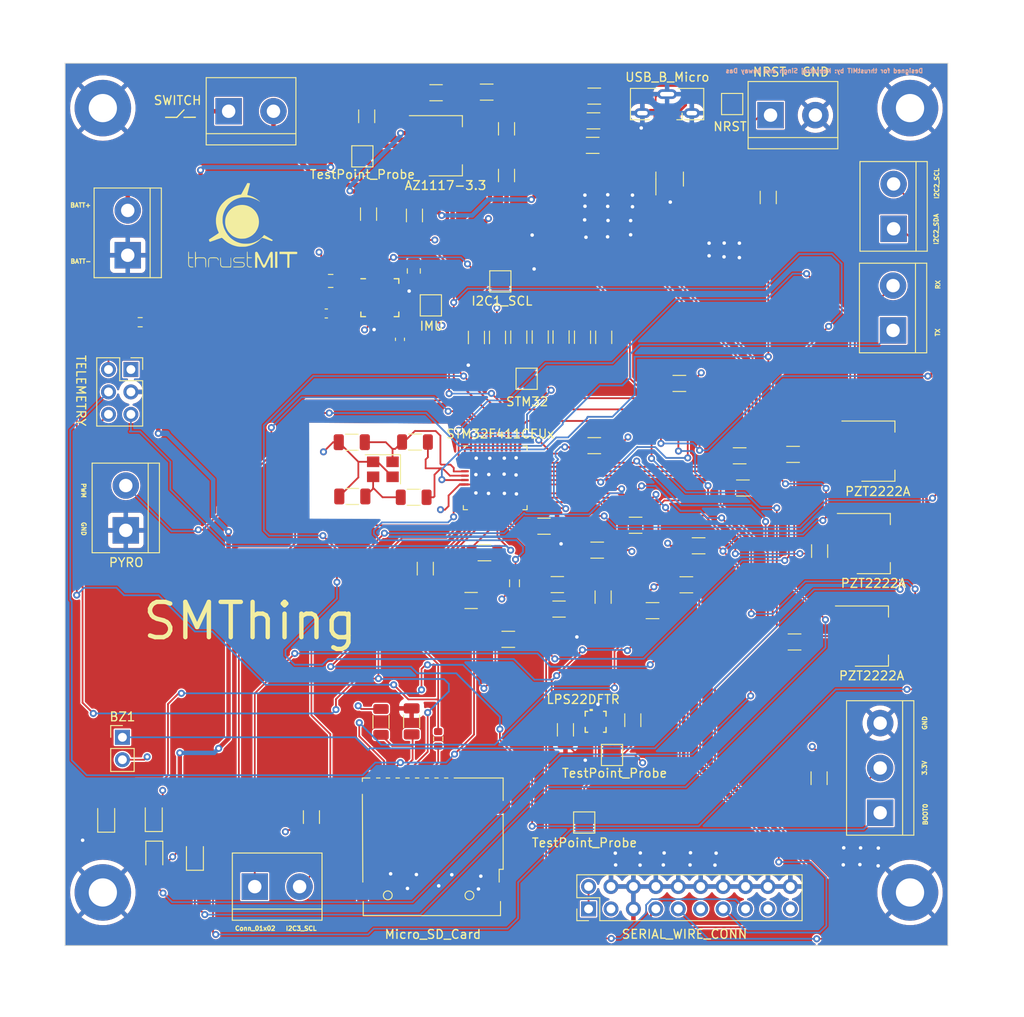
<source format=kicad_pcb>
(kicad_pcb (version 20211014) (generator pcbnew)
  (layers (0 "F.Cu" signal "Signal1") (1 "In1.Cu" signal "GND") (2 "In2.Cu" power "PWR") (31 "B.Cu" power "Signal2") (34 "B.Paste" user) (35 "F.Paste" user) (36 "B.SilkS" user "B.Silkscreen") (37 "F.SilkS" user "F.Silkscreen") (38 "B.Mask" user) (39 "F.Mask" user) (44 "Edge.Cuts" user))
  (net 0 "")
  (net 1 "SPI1_MISO")
  (net 2 "Net-(22r1-Pad2)")
  (net 3 "Net-(BZ1-Pad1)")
  (net 4 "Net-(C14-Pad1)")
  (net 5 "VIN")
  (net 6 "Net-(C1-Pad2)")
  (net 7 "Net-(C3-Pad1)")
  (net 8 "GND")
  (net 9 "Net-(C4-Pad2)")
  (net 10 "Net-(C6-Pad1)")
  (net 11 "3.3V_OUT")
  (net 12 "Net-(C11-Pad1)")
  (net 13 "HSE_IN")
  (net 14 "VDDA")
  (net 15 "Net-(C19-Pad1)")
  (net 16 "NRST")
  (net 17 "Net-(D1-Pad1)")
  (net 18 "Net-(DS1-Pad2)")
  (net 19 "Net-(DS2-Pad1)")
  (net 20 "Net-(DS3-Pad1)")
  (net 21 "5V_USB")
  (net 22 "USB_CONN-")
  (net 23 "USB_CONN+")
  (net 25 "I2C2_SDA")
  (net 26 "I2C2_SCL")
  (net 27 "SPI1_SCK")
  (net 28 "SPI1_MOSI")
  (net 29 "UART_TX_OUT")
  (net 30 "UART_RX_OUT")
  (net 32 "SWDIO")
  (net 33 "SWCLK")
  (net 34 "SWO")
  (net 35 "I2C3_SDA")
  (net 36 "I2C3_SCL")
  (net 37 "VIN_SWITCH")
  (net 38 "BOOT0")
  (net 39 "Net-(J11-Pad2)")
  (net 40 "LED2")
  (net 41 "LED3")
  (net 42 "I2C1_SCL")
  (net 43 "I2C1_SDA")
  (net 44 "Net-(R9-Pad1)")
  (net 45 "SPI1_CS_SDCARD")
  (net 46 "USB_VBUS_DETECTION")
  (net 47 "Net-(R11-Pad2)")
  (net 48 "Net-(R14-Pad1)")
  (net 49 "USB_FS+")
  (net 50 "Net-(R15-Pad1)")
  (net 51 "USB_FS-")
  (net 52 "Net-(R17-Pad2)")
  (net 53 "Net-(R19-Pad2)")
  (net 54 "HSE_OUT")
  (net 55 "PYRO_SIGNAL")
  (net 56 "BUZZER")
  (net 57 "Net-(R43-Pad1)")
  (net 58 "BAR_INT")
  (net 64 "Net-(C16-Pad2)")
  (net 66 "IMU_INT")
  (net 83 "Net-(C32-Pad1)")
  (net 84 "Net-(Q2-Pad1)")
  (net 85 "Net-(Q3-Pad2)")
  (net 86 "Net-(Q4-Pad2)")
  (net 88 "NSS_LORA")
  (net 95 "Net-(J13-Pad2)")
  (footprint "Resistor_SMD:R_1206_3216Metric" (layer "F.Cu") (at 187.41 84.97)
    (fp_text reference "R39")
    (fp_text value "100")
  )
  (footprint "Package_TO_SOT_SMD:SOT-223-3_TabPin2" (layer "F.Cu") (at 196.52 95.08)
    (fp_text reference "Q2")
    (fp_text value "PZT2222A")
  )
  (footprint "Package_TO_SOT_SMD:SOT-223-3_TabPin2" (layer "F.Cu") (at 197.04 84.6)
    (fp_text reference "Q4")
    (fp_text value "PZT2222A")
  )
  (footprint "Capacitor_SMD:C_0603_1608Metric" (layer "F.Cu") (at 134.535 69 180)
    (fp_text reference "C14")
    (fp_text value "100n")
  )
  (footprint "Resistor_SMD:R_1206_3216Metric" (layer "F.Cu") (at 140.73 115.29 -90)
    (fp_text reference "R45")
    (fp_text value "0")
  )
  (footprint "Capacitor_SMD:C_1206_3216Metric" (layer "F.Cu") (at 184.6 55.85 90)
    (fp_text reference "C26")
    (fp_text value "100n")
  )
  (footprint "Package_TO_SOT_SMD:SOT-223-3_TabPin2" (layer "F.Cu") (at 196.31 105.56)
    (fp_text reference "Q3")
    (fp_text value "PZT2222A")
  )
  (footprint "Resistor_SMD:R_1206_3216Metric" (layer "F.Cu") (at 144.52 57.89 90)
    (fp_text reference "R3")
    (fp_text value "1k")
  )
  (footprint "Capacitor_SMD:C_1206_3216Metric" (layer "F.Cu") (at 165.895 101.145872 -90)
    (fp_text reference "C22")
    (fp_text value "4.7u")
  )
  (footprint "Capacitor_SMD:C_1206_3216Metric" (layer "F.Cu") (at 146.97 43.98 180)
    (fp_text reference "C4")
    (fp_text value "22u")
  )
  (footprint "TestPoint:TestPoint_Pad_2.0x2.0mm" (layer "F.Cu") (at 157.23 76.4)
    (fp_text reference "TP5")
    (fp_text value "TestPoint_Probe")
  )
  (footprint "TestPoint:TestPoint_Pad_2.0x2.0mm" (layer "F.Cu") (at 166.9 119.04)
    (fp_text reference "TP2")
    (fp_text value "TestPoint_Probe")
  )
  (footprint "Resistor_SMD:R_1206_3216Metric" (layer "F.Cu") (at 144.43 89.83)
    (fp_text reference "R22")
    (fp_text value "383")
  )
  (footprint "LED_SMD:LED_0805_2012Metric" (layer "F.Cu") (at 114.99 126.03 90)
    (fp_text reference "DS2")
    (fp_text value "LED")
  )
  (footprint "Package_TO_SOT_SMD:SOT-223-3_TabPin2" (layer "F.Cu") (at 148.04 49.99)
    (fp_text reference "U1")
    (fp_text value "AZ1117-3.3")
  )
  (footprint "Capacitor_SMD:C_1206_3216Metric" (layer "F.Cu") (at 161.13 71.67 -90)
    (fp_text reference "C12")
    (fp_text value "100n")
  )
  (footprint "Capacitor_SMD:C_1206_3216Metric" (layer "F.Cu") (at 151.54 71.72 -90)
    (fp_text reference "C7")
    (fp_text value "100n")
  )
  (footprint "TerminalBlock:TerminalBlock_bornier-2_P5.08mm" (layer "F.Cu") (at 123.47 46.08)
    (fp_text reference "J9")
    (fp_text value "Screw_Terminal_01x02")
  )
  (footprint "Connector_USB:USB_Micro-B_Molex-105133-0001" (layer "F.Cu") (at 173.14 45.214999 180)
    (fp_text reference "J1")
    (fp_text value "USB_B_Micro")
  )
  (footprint "Resistor_SMD:R_1206_3216Metric" (layer "F.Cu") (at 176.71 95.33)
    (fp_text reference "R7")
    (fp_text value "2k49")
  )
  (footprint "TestPoint:TestPoint_Pad_2.0x2.0mm" (layer "F.Cu") (at 154.25 65.36)
    (fp_text reference "TP3")
    (fp_text value "TestPoint_Probe")
  )
  (footprint "Crystal:Crystal_SMD_Abracon_ABM8G-4Pin_3.2x2.5mm" (layer "F.Cu") (at 140.94 86.66 180)
    (fp_text reference "X1")
    (fp_text value "25MHz")
  )
  (footprint "Resistor_SMD:R_1206_3216Metric" (layer "F.Cu") (at 164.8 47.164999)
    (fp_text reference "R11")
    (fp_text value "2k2")
  )
  (footprint "Capacitor_SMD:C_1206_3216Metric" (layer "F.Cu") (at 139.32 57.74 -90)
    (fp_text reference "C3")
    (fp_text value "100nF")
  )
  (footprint "Resistor_SMD:R_1206_3216Metric" (layer "F.Cu") (at 139.11 46.65 90)
    (fp_text reference "R5")
    (fp_text value "56")
  )
  (footprint "Capacitor_SMD:C_1206_3216Metric" (layer "F.Cu") (at 163.56 71.69 -90)
    (fp_text reference "C13")
    (fp_text value "100n")
  )
  (footprint "Capacitor_SMD:C_0805_2012Metric" (layer "F.Cu") (at 135.03 65.31 180)
    (fp_text reference "C5")
    (fp_text value "10n")
  )
  (footprint "TestPoint:TestPoint_Pad_2.0x2.0mm" (layer "F.Cu") (at 146.38 68.08)
    (fp_text reference "TP6")
    (fp_text value "TestPoint_Probe")
  )
  (footprint "Capacitor_SMD:C_1206_3216Metric" (layer "F.Cu") (at 153.93 71.71 -90)
    (fp_text reference "C8")
    (fp_text value "100n")
  )
  (footprint "Resistor_SMD:R_1206_3216Metric" (layer "F.Cu") (at 164.89 44.364999 180)
    (fp_text reference "R10")
    (fp_text value "2k2")
  )
  (footprint "Capacitor_SMD:C_1206_3216Metric" (layer "F.Cu") (at 160.9 102.5)
    (fp_text reference "C18")
    (fp_text value "100n")
  )
  (footprint "TerminalBlock:TerminalBlock_bornier-2_P5.08mm" (layer "F.Cu") (at 112.04 62.4 90)
    (fp_text reference "J10")
    (fp_text value "Screw_Terminal_01x02")
  )
  (footprint "Connector_PinHeader_2.54mm:PinHeader_1x02_P2.54mm_Vertical" (layer "F.Cu") (at 111.44 117.035)
    (fp_text reference "BZ1")
    (fp_text value "Buzzer")
  )
  (footprint "Capacitor_SMD:C_1206_3216Metric" (layer "F.Cu") (at 150.94 101.53 180)
    (fp_text reference "C21")
    (fp_text value "1u")
  )
  (footprint "LOGO" (layer "F.Cu") (at 124.968087 58.406336)
    (fp_text reference "G***")
    (fp_text value "LOGO" hide)
  )
  (footprint "TestPoint:TestPoint_Pad_2.0x2.0mm" (layer "F.Cu") (at 180.51 45.26)
    (fp_text reference "TP8")
    (fp_text value "TestPoint_Probe")
  )
  (footprint "Capacitor_SMD:C_1206_3216Metric" (layer "F.Cu") (at 137.48 89.74 180)
    (fp_text reference "C19")
    (fp_text value "10pF")
  )
  (footprint "TerminalBlock:TerminalBlock_bornier-2_P5.08mm" (layer "F.Cu") (at 184.86 46.52)
    (fp_text reference "J12")
    (fp_text value "Conn_01x02")
  )
  (footprint "Micro_SD:Micro_SD" (layer "F.Cu") (at 143.87 127.745)
    (fp_text reference "U6")
    (fp_text value "Micro_SD_Card")
  )
  (footprint "TerminalBlock:TerminalBlock_bornier-2_P5.08mm" (layer "F.Cu") (at 111.82 93.58 90)
    (fp_text reference "J3")
    (fp_text value "Screw_Terminal_01x02")
  )
  (footprint "Package_DFN_QFN:QFN-48-1EP_7x7mm_P0.5mm_EP5.6x5.6mm" (layer "F.Cu") (at 153.67 87.63)
    (fp_text reference "U4")
    (fp_text value "STM32F411CEUx")
  )
  (footprint "Capacitor_SMD:C_1206_3216Metric" (layer "F.Cu") (at 161.625331 116.187168 -90)
    (fp_text reference "C32")
    (fp_text value "100n")
  )
  (footprint "Capacitor_SMD:C_1206_3216Metric" (layer "F.Cu") (at 158.77 71.67 -90)
    (fp_text reference "C10")
    (fp_text value "100n")
  )
  (footprint "MountingHole:MountingHole_3.2mm_M3_Pad" (layer "F.Cu") (at 109.22 45.72)
    (fp_text reference "H2")
    (fp_text value "MountingHole_Pad")
  )
  (footprint "Inductor_SMD:L_0805_2012Metric" (layer "F.Cu") (at 155.855 99.58 90)
    (fp_text reference "FB1")
    (fp_text value "FerriteBead")
  )
  (footprint "TestPoint:TestPoint_Pad_2.0x2.0mm" (layer "F.Cu") (at 163.75 126.69)
    (fp_text reference "TP4")
    (fp_text value "TestPoint_Probe")
  )
  (footprint "Capacitor_SMD:C_1206_3216Metric" (layer "F.Cu") (at 137.42 83.59 180)
    (fp_text reference "C17")
    (fp_text value "10pF")
  )
  (footprint "Connector_PinHeader_2.54mm:PinHeader_2x10_P2.54mm_Vertical" (layer "F.Cu") (at 164.245 136.485 90)
    (fp_text reference "J5")
    (fp_text value "Conn_02x10_Odd_Even")
  )
  (footprint "Resistor_SMD:R_1206_3216Metric" (layer "F.Cu") (at 152.45 96.12 180)
    (fp_text reference "R17")
    (fp_text value "22")
  )
  (footprint "Resistor_SMD:R_0603_1608Metric" (layer "F.Cu") (at 113.45 69.99)
    (fp_text reference "R_something1")
    (fp_text value "22")
  )
  (footprint "Resistor_SMD:R_1206_3216Metric" (layer "F.Cu") (at 164.89 83.98)
    (fp_text reference "R43")
    (fp_text value "0")
  )
  (footprint "Package_TO_SOT_SMD:SOT-23-6" (layer "F.Cu") (at 173.43 53.764999 90)
    (fp_text reference "U3")
    (fp_text value "USBLC6-2SC6")
  )
  (footprint "Sensor_Motion:InvenSense_QFN-24_4x4mm_P0.5mm" (layer "F.Cu") (at 140.6 67.21)
    (fp_text reference "U7")
    (fp_text value "MPU-6050")
  )
  (footprint "Resistor_SMD:R_1206_3216Metric" (layer "F.Cu") (at 165.22 95.82 180)
    (fp_text reference "R20")
    (fp_text value "2k49")
  )
  (footprint "LED_SMD:LED_0805_2012Metric" (layer "F.Cu") (at 109.6 126.1025 90)
    (fp_text reference "DS1")
    (fp_text value "LED")
  )
  (footprint "Resistor_SMD:R_1206_3216Metric" (layer "F.Cu") (at 181.73 88.78)
    (fp_text reference "R14")
    (fp_text value "22")
  )
  (footprint "TerminalBlock:TerminalBlock_bornier-2_P5.08mm" (layer "F.Cu") (at 198.8 59.4 90)
    (fp_text reference "J2")
    (fp_text value "Conn_01x02")
  )
  (footprint "LED_SMD:LED_0805_2012Metric" (layer "F.Cu") (at 115.05 130.49 -90)
    (fp_text reference "D1")
    (fp_text value "LED")
  )
  (footprint "QFN_22DFTR_STM:QFN_22DFTR_STM" (layer "F.Cu") (at 165.045331 115.275268)
    (fp_text reference "U2")
    (fp_text value "LPS22DFTR")
  )
  (footprint "Resistor_SMD:R_1206_3216Metric" (layer "F.Cu") (at 155.15 105.93 180)
    (fp_text reference "R23")
    (fp_text value "56")
  )
  (footprint "TerminalBlock:TerminalBlock_bornier-2_P5.08mm" (layer "F.Cu") (at 198.74 70.92 90)
    (fp_text reference "J4")
    (fp_text value "Conn_01x02")
  )
  (footprint "MountingHole:MountingHole_3.2mm_M3_Pad" (layer "F.Cu") (at 109.22 134.62)
    (fp_text reference "H4")
    (fp_text value "MountingHole_Pad")
  )
  (footprint "Resistor_SMD:R_1206_3216Metric" (layer "F.Cu") (at 145.75 97.92 90)
    (fp_text reference "R19")
    (fp_text value "22")
  )
  (footprint "Capacitor_SMD:C_0805_2012Metric" (layer "F.Cu") (at 144.45 64.18 90)
    (fp_text reference "C16")
    (fp_text value "2n2")
  )
  (footprint "Resistor_SMD:R_1206_3216Metric" (layer "F.Cu") (at 171.49 102.68)
    (fp_text reference "R6")
    (fp_text value "2K49")
  )
  (footprint "Resistor_SMD:R_1206_3216Metric" (layer "F.Cu") (at 175.32 99.75)
    (fp_text reference "R26")
    (fp_text value "2k49")
  )
  (footprint "Capacitor_SMD:C_0603_1608Metric" (layer "F.Cu") (at 142.88 71.93 90)
    (fp_text reference "C20")
    (fp_text value "100n")
  )
  (footprint "Resistor_SMD:R_1206_3216Metric" (layer "F.Cu") (at 169.255331 115.097168 90)
    (fp_text reference "R44")
    (fp_text value "0")
  )
  (footprint "MountingHole:MountingHole_3.2mm_M3_Pad" (layer "F.Cu") (at 200.66 45.72)
    (fp_text reference "H1")
    (fp_text value "MountingHole_Pad")
  )
  (footprint "Capacitor_SMD:C_1206_3216Metric" (layer "F.Cu") (at 154.95 53.36 90)
    (fp_text reference "C1")
    (fp_text value "22u")
  )
  (footprint "TestPoint:TestPoint_Pad_2.0x2.0mm" (layer "F.Cu") (at 138.62 51.19)
    (fp_text reference "TP1")
    (fp_text value "TestPoint_Probe")
  )
  (footprint "LED_SMD:LED_0805_2012Metric" (layer "F.Cu") (at 119.65 130.42 90)
    (fp_text reference "DS3")
    (fp_text value "LED")
  )
  (footprint "Capacitor_SMD:C_1206_3216Metric" (layer "F.Cu") (at 165.96 71.7 -90)
    (fp_text reference "C15")
    (fp_text value "100n")
  )
  (footprint "TerminalBlock:TerminalBlock_bornier-3_P5.08mm" (layer "F.Cu") (at 197.28 125.59 90)
    (fp_text reference "J11")
    (fp_text value "Conn_01x03")
  )
  (footprint "Resistor_SMD:R_1206_3216Metric" (layer "F.Cu") (at 187.58 106.23)
    (fp_text reference "R36")
    (fp_text value "100")
  )
  (footprint "Resistor_SMD:R_1206_3216Metric" (layer "F.Cu") (at 190.42 95.93 90)
    (fp_text reference "R37")
    (fp_text value "100")
  )
  (footprint "Resistor_SMD:R_1206_3216Metric" (layer "F.Cu") (at 190.36 121.67 90)
    (fp_text reference "R13")
    (fp_text value "10k")
  )
  (footprint "Capacitor_SMD:C_1206_3216Metric" (layer "F.Cu") (at 159.2 93.11)
    (fp_text reference "C6")
    (fp_text value "2u2")
  )
  (footprint "TerminalBlock:TerminalBlock_bornier-2_P5.08mm" (layer "F.Cu") (at 126.43 133.96)
    (fp_text reference "J6")
    (fp_text value "Conn_01x02")
  )
  (footprint "Resistor_SMD:R_1206_3216Metric" (layer "F.Cu") (at 169.57 93)
    (fp_text reference "R9")
    (fp_text value "22")
  )
  (footprint "Capacitor_SMD:C_1206_3216Metric" (layer "F.Cu") (at 144.2 115.23 90)
    (fp_text reference "C11")
    (fp_text value "100n")
  )
  (footprint "Resistor_SMD:R_1206_3216Metric" (layer "F.Cu") (at 174.53 76.93 180)
    (fp_text reference "R21")
    (fp_text value "2k49")
  )
  (footprint "Capacitor_SMD:C_1206_3216Metric" (layer "F.Cu") (at 154.95 48.07 90)
    (fp_text reference "C2")
    (fp_text value "100nF")
  )
  (footprint "Capacitor_SMD:C_1206_3216Metric" (layer "F.Cu") (at 160.705 99.73)
    (fp_text reference "C23")
    (fp_text value "100n")
  )
  (footprint "Resistor_SMD:R_1206_3216Metric" (layer "F.Cu") (at 181.36 85.13)
    (fp_text reference "R15")
    (fp_text value "22")
  )
  (footprint "Resistor_SMD:R_0603_1608Metric" (layer "F.Cu") (at 147.21 117.21 -90)
    (fp_text reference "22r1")
    (fp_text value "22")
  )
  (footprint "Resistor_SMD:R_1206_3216Metric" (layer "F.Cu") (at 144.58 83.57)
    (fp_text reference "R24")
    (fp_text value "200k")
  )
  (footprint "Resistor_SMD:R_1206_3216Metric" (layer "F.Cu") (at 164.71 49.944999)
    (fp_text reference "R12")
    (fp_text value "2k2")
  )
  (footprint "Resistor_SMD:R_1206_3216Metric" (layer "F.Cu") (at 132.85 126.08 90)
    (fp_text reference "R25")
    (fp_text value "2k49")
  )
  (footprint "Connector_PinSocket_2.54mm:PinSocket_2x03_P2.54mm_Vertical" (layer "F.Cu") (at 112.4 75.35)
    (fp_text reference "J13")
    (fp_text value "Conn_02x03_Odd_Even")
  )
  (footprint "MountingHole:MountingHole_3.2mm_M3_Pad" (layer "F.Cu") (at 200.66 134.62)
    (fp_text reference "H3")
    (fp_text value "MountingHole_Pad")
  )
  (footprint "Capacitor_SMD:C_1206_3216Metric" (layer "F.Cu") (at 156.34 71.68 -90)
    (fp_text reference "C9")
    (fp_text value "100n")
  )
  (footprint "Resistor_SMD:R_1206_3216Metric" (layer "F.Cu") (at 152.7025 43.91 180)
    (fp_text reference "R4")
    (fp_text value "1.65k")
  )
  (gr_line (start 118.41 46.77) (end 119.7 46.76) (layer "F.SilkS") (width 0.15))
  (gr_line (start 117.61 46.77) (end 118.41 45.92) (layer "F.SilkS") (width 0.15))
  (gr_line (start 116.33 46.77) (end 117.61 46.77) (layer "F.SilkS") (width 0.15))
  (gr_line (start 104.94 140.64) (end 204.94 140.64) (layer "Edge.Cuts") (width 0.1))
  (gr_line (start 204.94 40.64) (end 204.94 140.64) (layer "Edge.Cuts") (width 0.1))
  (gr_line (start 104.94 140.64) (end 104.94 40.64) (layer "Edge.Cuts") (width 0.1))
  (gr_line (start 104.94 40.64) (end 204.94 40.64) (layer "Edge.Cuts") (width 0.1))
  (gr_text "Designed for thrustMIT by: Keeratraj Singh and Anway Das\n" (at 190.95 41.5) (layer "B.SilkS") (effects (font (size 0.5 0.5) (thickness 0.125)) (justify mirror)))
  (gr_text "GND" (at 202.33 115.41 90) (layer "F.SilkS") (effects (font (size 0.5 0.5) (thickness 0.125))))
  (gr_text "SWITCH" (at 117.69 44.85) (layer "F.SilkS") (effects (font (size 1 1))))
  (gr_text "PWM" (at 107.03 89.06 270) (layer "F.SilkS") (effects (font (size 0.5 0.5) (thickness 0.125))))
  (gr_text "SERIAL_WIRE_CONN" (at 175.11 139.35) (layer "F.SilkS") (effects (font (size 1 1))))
  (gr_text "I2C3_SCL\n" (at 131.69 138.7) (layer "F.SilkS") (effects (font (size 0.5 0.5) (thickness 0.125))))
  (gr_text "TELEMETRY" (at 106.73 77.74 270) (layer "F.SilkS") (effects (font (size 1 1))))
  (gr_text "I2C2_SDA" (at 203.63 59.44 90) (layer "F.SilkS") (effects (font (size 0.5 0.5) (thickness 0.125))))
  (gr_text "GND\n" (at 189.96 41.63) (layer "F.SilkS") (effects (font (size 1 1))))
  (gr_text "NRST" (at 180.27 47.82) (layer "F.SilkS") (effects (font (size 1 1))))
  (gr_text "BOOT0\n" (at 202.4 125.77 90) (layer "F.SilkS") (effects (font (size 0.5 0.5) (thickness 0.125))))
  (gr_text "IMU\n" (at 146.45 70.43) (layer "F.SilkS") (effects (font (size 1 1))))
  (gr_text "STM32" (at 157.29 79) (layer "F.SilkS") (effects (font (size 1 1))))
  (gr_text "BATT+" (at 106.7 56.73) (layer "F.SilkS") (effects (font (size 0.5 0.5) (thickness 0.125))))
  (gr_text "I2C2_SCL\n" (at 203.69 54.27 90) (layer "F.SilkS") (effects (font (size 0.5 0.5) (thickness 0.125))))
  (gr_text "TX" (at 203.8 71.15 90) (layer "F.SilkS") (effects (font (size 0.5 0.5) (thickness 0.125))))
  (gr_text "NRST" (at 184.75 41.64) (layer "F.SilkS") (effects (font (size 1 1))))
  (gr_text "3.3V\n" (at 202.31 120.51 90) (layer "F.SilkS") (effects (font (size 0.5 0.5) (thickness 0.125))))
  (gr_text "SMThing" (at 125.9 103.86) (layer "F.SilkS") (effects (font (size 4 4) (thickness 0.5))))
  (gr_text "BATT-" (at 106.73 63.09) (layer "F.SilkS") (effects (font (size 0.5 0.5) (thickness 0.125))))
  (gr_text "I2C1_SCL" (at 154.43 67.59) (layer "F.SilkS") (effects (font (size 1 1))))
  (gr_text "RX" (at 203.83 65.74 90) (layer "F.SilkS") (effects (font (size 0.5 0.5) (thickness 0.125))))
  (gr_text "GND" (at 107.05 93.41 270) (layer "F.SilkS") (effects (font (size 0.5 0.5) (thickness 0.125))))
  (gr_text "PYRO" (at 111.87 97.23) (layer "F.SilkS") (effects (font (size 1 1))))
  (segment (start 143.83 112.74) (end 142.17 111.08) (width 0.2) (layer "F.Cu") (net 1))
  (segment (start 106.27 100.91) (end 106.27 73.8) (width 0.2) (layer "F.Cu") (net 1))
  (segment (start 143.54 105.09) (end 143.54 104.08) (width 0.2) (layer "F.Cu") (net 1))
  (segment (start 111.1 68.97) (end 114.23 68.97) (width 0.2) (layer "F.Cu") (net 1))
  (segment (start 106.26 100.92) (end 106.27 100.91) (width 0.2) (layer "F.Cu") (net 1))
  (segment (start 148.23 96.75) (end 152.42 92.56) (width 0.2) (layer "F.Cu") (net 1))
  (segment (start 143.54 104.08) (end 148.23 99.39) (width 0.2) (layer "F.Cu") (net 1))
  (segment (start 114.3 69.965) (end 114.275 69.99) (width 0.2) (layer "F.Cu") (net 1))
  (segment (start 147.21 112.74) (end 143.83 112.74) (width 0.2) (layer "F.Cu") (net 1))
  (segment (start 152.42 92.56) (end 152.42 91.0675) (width 0.2) (layer "F.Cu") (net 1))
  (segment (start 114.23 68.97) (end 114.3 69.04) (width 0.2) (layer "F.Cu") (net 1))
  (segment (start 147.21 112.74) (end 147.21 108.76) (width 0.2) (layer "F.Cu") (net 1))
  (segment (start 114.3 69.04) (end 114.3 69.965) (width 0.2) (layer "F.Cu") (net 1))
  (segment (start 106.27 73.8) (end 111.1 68.97) (width 0.2) (layer "F.Cu") (net 1))
  (segment (start 147.21 108.76) (end 143.54 105.09) (width 0.2) (layer "F.Cu") (net 1))
  (segment (start 148.23 99.39) (end 148.23 96.75) (width 0.2) (layer "F.Cu") (net 1))
  (segment (start 147.21 116.385) (end 147.21 112.74) (width 0.2) (layer "F.Cu") (net 1))
  (via (at 142.17 111.08) (size 0.8) (drill 0.4) (layers "F.Cu" "B.Cu") (net 1))
  (via (at 106.26 100.92) (size 0.8) (drill 0.4) (layers "F.Cu" "B.Cu") (net 1))
  (segment (start 107.09 100.09) (end 110.77 100.09) (width 0.2) (layer "B.Cu") (net 1))
  (segment (start 119.64 105.04) (end 121.6 105.04) (width 0.2) (layer "B.Cu") (net 1))
  (segment (start 106.26 100.92) (end 107.09 100.09) (width 0.2) (layer "B.Cu") (net 1))
  (segment (start 115.54 100.94) (end 119.64 105.04) (width 0.2) (layer "B.Cu") (net 1))
  (segment (start 121.6 105.04) (end 127.64 111.08) (width 0.2) (layer "B.Cu") (net 1))
  (segment (start 111.62 100.94) (end 115.54 100.94) (width 0.2) (layer "B.Cu") (net 1))
  (segment (start 127.64 111.08) (end 142.17 111.08) (width 0.2) (layer "B.Cu") (net 1))
  (segment (start 110.77 100.09) (end 111.62 100.94) (width 0.2) (layer "B.Cu") (net 1))
  (segment (start 147.21 119.92) (end 146.57 120.56) (width 0.2) (layer "F.Cu") (net 2))
  (segment (start 146.57 120.56) (end 146.57 121.735) (width 0.2) (layer "F.Cu") (net 2))
  (segment (start 147.21 118.035) (end 147.21 119.92) (width 0.2) (layer "F.Cu") (net 2))
  (segment (start 193.37 95.08) (end 199.67 95.08) (width 0.2) (layer "F.Cu") (net 3))
  (segment (start 199.67 95.08) (end 199.67 100.14) (width 0.2) (layer "F.Cu") (net 3))
  (segment (start 199.67 100.14) (end 199.54 100.27) (width 0.2) (layer "F.Cu") (net 3))
  (via (at 199.54 100.27) (size 0.8) (drill 0.4) (layers "F.Cu" "B.Cu") (net 3))
  (segment (start 139.463 118.287) (end 171.763 118.287) (width 0.2) (layer "B.Cu") (net 3))
  (segment (start 189.78 100.27) (end 199.54 100.27) (width 0.2) (layer "B.Cu") (net 3))
  (segment (start 137.825 117.035) (end 139.27 118.48) (width 0.2) (layer "B.Cu") (net 3))
  (segment (start 111.44 117.035) (end 137.825 117.035) (width 0.2) (layer "B.Cu") (net 3))
  (segment (start 171.763 118.287) (end 189.78 100.27) (width 0.2) (layer "B.Cu") (net 3))
  (segment (start 139.27 118.48) (end 139.463 118.287) (width 0.2) (layer "B.Cu") (net 3))
  (segment (start 136.9 71.84) (end 135.26 70.2) (width 0.2) (layer "F.Cu") (net 4))
  (segment (start 140.85 70.94) (end 139.95 71.84) (width 0.2) (layer "F.Cu") (net 4))
  (segment (start 135.26 70.2) (end 135.26 69.05) (width 0.2) (layer "F.Cu") (net 4))
  (segment (start 140.85 69.16) (end 140.85 70.94) (width 0.2) (layer "F.Cu") (net 4))
  (segment (start 135.26 69.05) (end 135.31 69) (width 0.2) (layer "F.Cu") (net 4))
  (segment (start 139.95 71.84) (end 136.9 71.84) (width 0.2) (layer "F.Cu") (net 4))
  (segment (start 144.89 52.29) (end 144.89 53.77) (width 0.5) (layer "F.Cu") (net 5))
  (segment (start 151.96 61.28) (end 154.95 58.29) (width 0.5) (layer "F.Cu") (net 5))
  (segment (start 144.89 53.77) (end 145.73 53.77) (width 0.5) (layer "F.Cu") (net 5))
  (segment (start 145.73 53.77) (end 148.84 56.88) (width 0.5) (layer "F.Cu") (net 5))
  (segment (start 154.95 58.29) (end 154.95 54.835) (width 0.5) (layer "F.Cu") (net 5))
  (segment (start 154.95 54.835) (end 154.935 54.835) (width 0.5) (layer "F.Cu") (net 5))
  (segment (start 149.67 61.28) (end 151.96 61.28) (width 0.5) (layer "F.Cu") (net 5))
  (segment (start 153.27 53.17) (end 153.27 51.225) (width 0.5) (layer "F.Cu") (net 5))
  (segment (start 148.82 60.43) (end 149.67 61.28) (width 0.5) (layer "F.Cu") (net 5))
  (segment (start 128.55 48.74) (end 128.55 46.08) (width 0.5) (layer "F.Cu") (net 5))
  (segment (start 133.58 53.77) (end 128.55 48.74) (width 0.5) (layer "F.Cu") (net 5))
  (segment (start 148.84 60.41) (end 148.82 60.43) (width 0.5) (layer "F.Cu") (net 5))
  (segment (start 148.84 56.88) (end 148.84 60.41) (width 0.5) (layer "F.Cu") (net 5))
  (segment (start 154.935 54.835) (end 153.27 53.17) (width 0.5) (layer "F.Cu") (net 5))
  (segment (start 144.89 53.77) (end 133.58 53.77) (width 0.5) (layer "F.Cu") (net 5))
  (segment (start 153.27 51.225) (end 154.95 49.545) (width 0.5) (layer "F.Cu") (net 5))
  (segment (start 156.98 51.02) (end 156.115 51.885) (width 0.5) (layer "F.Cu") (net 6))
  (segment (start 154.95 46.595) (end 155.965 46.595) (width 0.5) (layer "F.Cu") (net 6))
  (segment (start 155.965 46.595) (end 156.98 47.61) (width 0.5) (layer "F.Cu") (net 6))
  (segment (start 156.115 51.885) (end 154.95 51.885) (width 0.5) (layer "F.Cu") (net 6))
  (segment (start 156.98 47.61) (end 156.98 51.02) (width 0.5) (layer "F.Cu") (net 6))
  (segment (start 142.95 48.56) (end 144.02 48.56) (width 0.5) (layer "F.Cu") (net 7))
  (segment (start 144.52 55.86) (end 144.52 56.4275) (width 0.2) (layer "F.Cu") (net 7))
  (segment (start 143.82 55.16) (end 144.52 55.86) (width 0.5) (layer "F.Cu") (net 7))
  (segment (start 158.81 55.04) (end 157.77 56.08) (width 0.5) (layer "F.Cu") (net 7))
  (segment (start 156.41 43.91) (end 158.81 46.31) (width 0.5) (layer "F.Cu") (net 7))
  (segment (start 140.425 55.16) (end 137.27 55.16) (width 0.5) (layer "F.Cu") (net 7))
  (segment (start 146.1475 56.4275) (end 147.61 57.89) (width 0.5) (layer "F.Cu") (net 7))
  (segment (start 144.52 56.4275) (end 146.1475 56.4275) (width 0.5) (layer "F.Cu") (net 7))
  (segment (start 154.165 43.91) (end 156.41 43.91) (width 0.5) (layer "F.Cu") (net 7))
  (segment (start 144.02 48.56) (end 144.89 47.69) (width 0.5) (layer "F.Cu") (net 7))
  (segment (start 140.425 55.16) (end 143.82 55.16) (width 0.5) (layer "F.Cu") (net 7))
  (segment (start 139.32 56.265) (end 140.425 55.16) (width 0.5) (layer "F.Cu") (net 7))
  (segment (start 158.81 46.31) (end 158.81 55.04) (width 0.5) (layer "F.Cu") (net 7))
  (segment (start 137.27 55.16) (end 137.21 55.1) (width 0.5) (layer "F.Cu") (net 7))
  (via (at 157.77 56.08) (size 0.8) (drill 0.4) (layers "F.Cu" "B.Cu") (net 7))
  (via (at 147.61 57.89) (size 0.8) (drill 0.4) (layers "F.Cu" "B.Cu") (net 7))
  (via (at 142.95 48.56) (size 0.8) (drill 0.4) (layers "F.Cu" "B.Cu") (net 7))
  (via (at 137.21 55.1) (size 0.8) (drill 0.4) (layers "F.Cu" "B.Cu") (net 7))
  (segment (start 137.21 55.1) (end 137.21 54.61) (width 0.5) (layer "B.Cu") (net 7))
  (segment (start 152.87 56.08) (end 157.77 56.08) (width 0.5) (layer "B.Cu") (net 7))
  (segment (start 151.06 57.89) (end 152.87 56.08) (width 0.5) (layer "B.Cu") (net 7))
  (segment (start 137.21 54.61) (end 142.95 48.87) (width 0.5) (layer "B.Cu") (net 7))
  (segment (start 147.61 57.89) (end 151.06 57.89) (width 0.5) (layer "B.Cu") (net 7))
  (segment (start 142.95 48.87) (end 142.95 48.56) (width 0.5) (layer "B.Cu") (net 7))
  (segment (start 157.1075 85.38) (end 156.06 85.38) (width 0.2) (layer "F.Cu") (net 8))
  (segment (start 165.895 104.385) (end 164.62 105.66) (width 0.2) (layer "F.Cu") (net 8))
  (segment (start 138.165 85.81) (end 139.84 85.81) (width 0.2) (layer "F.Cu") (net 8))
  (segment (start 165.31 113.29) (end 165.31 114.223199) (width 0.2) (layer "F.Cu") (net 8))
  (segment (start 150.2325 88.38) (end 153.51 88.38) (width 0.2) (layer "F.Cu") (net 8))
  (segment (start 147.9804 91.2368) (end 147.4724 91.2368) (width 0.2) (layer "F.Cu") (net 8))
  (segment (start 138.165 87.58) (end 136.005 89.74) (width 0.2) (layer "F.Cu") (net 8))
  (segment (start 148.3868 89.6359) (end 148.3868 90.8304) (width 0.2) (layer "F.Cu") (net 8))
  (segment (start 168.24 49.944999) (end 170.21 47.974999) (width 0.2) (layer "F.Cu") (net 8))
  (segment (start 170.34 46.289999) (end 171.59 46.289999) (width 0.2) (layer "F.Cu") (net 8))
  (segment (start 138 65.31) (end 138.65 65.96) (width 0.2) (layer "F.Cu") (net 8))
  (segment (start 165.045331 114.487868) (end 165.545457 114.487868) (width 0.2) (layer "F.Cu") (net 8))
  (segment (start 150.62 74.115) (end 151.54 73.195) (width 0.2) (layer "F.Cu") (net 8))
  (segment (start 163.56 73.165) (end 165.85 73.165) (width 0.2) (layer "F.Cu") (net 8))
  (segment (start 149.6427 88.38) (end 148.3868 89.6359) (width 0.2) (layer "F.Cu") (net 8))
  (segment (start 171.59 46.289999) (end 171.84 46.039999) (width 0.2) (layer "F.Cu") (net 8))
  (segment (start 143.92 66.46) (end 143.92 65.66) (width 0.2) (layer "F.Cu") (net 8))
  (segment (start 139.84 85.81) (end 140.34 85.81) (width 0.2) (layer "F.Cu") (net 8))
  (segment (start 173.43 56.304999) (end 173.5 56.374999) (width 0.2) (layer "F.Cu") (net 8))
  (segment (start 173.43 54.902499) (end 173.43 56.304999) (width 0.2) (layer "F.Cu") (net 8))
  (segment (start 109.6 127.04) (end 108.59 127.04) (width 0.2) (layer "F.Cu") (net 8))
  (segment (start 162.18 99.73) (end 162.18 102.305) (width 0.2) (layer "F.Cu") (net 8))
  (segment (start 143.92 65.66) (end 144.45 65.13) (width 0.2) (layer "F.Cu") (net 8))
  (segment (start 165.895 102.620872) (end 165.895 104.385) (width 0.2) (layer "F.Cu") (net 8))
  (segment (start 156.06 85.38) (end 156.04 85.36) (width 0.2) (layer "F.Cu") (net 8))
  (segment (start 170.34 47.844999) (end 170.21 47.974999) (width 0.2) (layer "F.Cu") (net 8))
  (segment (start 135.945 83.59) (end 138.165 85.81) (width 0.2) (layer "F.Cu") (net 8))
  (segment (start 166.1725 49.944999) (end 168.24 49.944999) (width 0.2) (layer "F.Cu") (net 8))
  (segment (start 162.375 105.115) (end 162.92 105.66) (width 0.2) (layer "F.Cu") (net 8))
  (segment (start 141.35 69.16) (end 141.35 69.625) (width 0.2) (layer "F.Cu") (net 8))
  (segment (start 140.34 85.81) (end 142.04 87.51) (width 0.2) (layer "F.Cu") (net 8))
  (segment (start 170.34 46.289999) (end 170.34 47.844999) (width 0.2) (layer "F.Cu") (net 8))
  (segment (start 151.54 73.195) (end 163.53 73.195) (width 0.2) (layer "F.Cu") (net 8))
  (segment (start 173.14 44.139999) (end 172.175 44.139999) (width 0.2) (layer "F.Cu") (net 8))
  (segment (start 135.98 65.31) (end 138 65.31) (width 0.2) (layer "F.Cu") (net 8))
  (segment (start 143.38 65.13) (end 144.45 65.13) (width 0.2) (layer "F.Cu") (net 8))
  (segment (start 150.62 74.86) (end 150.62 74.115) (width 0.2) (layer "F.Cu") (net 8))
  (segment (start 162.375 102.5) (end 162.375 105.115) (width 0.2) (layer "F.Cu") (net 8))
  (segment (start 108.59 127.04) (end 106.93 128.7) (width 0.2) (layer "F.Cu") (net 8))
  (segment (start 165.31 114.223199) (end 165.045331 114.487868) (width 0.2) (layer "F.Cu") (net 8))
  (segment (start 140.35 69.16) (end 140.35 70.42) (width 0.2) (layer "F.Cu") (net 8))
  (segment (start 163.593163 119.63) (end 163.87 119.63) (width 0.2) (layer "F.Cu") (net 8))
  (segment (start 151.42 85.3) (end 151.52 85.4) (width 0.2) (layer "F.Cu") (net 8))
  (segment (start 149.676282 88.38) (end 150.2325 88.38) (width 0.25) (layer "F.Cu") (net 8))
  (segment (start 149.6427 88.38) (end 150.2325 88.38) (width 0.2) (layer "F.Cu") (net 8))
  (segment (start 160.675 93.11) (end 160.675 94.655) (width 0.2) (layer "F.Cu") (net 8))
  (segment (start 155.92 91.0675) (end 155.92 89.6) (width 0.2) (layer "F.Cu") (net 8))
  (segment (start 141.35 69.625) (end 142.88 71.155) (width 0.2) (layer "F.Cu") (net 8))
  (segment (start 153.51 88.38) (end 154.68 87.21) (width 0.2) (layer "F.Cu") (net 8))
  (segment (start 148.3868 90.8304) (end 147.9804 91.2368) (width 0.2) (layer "F.Cu") (net 8))
  (segment (start 138.165 85.81) (end 138.165 87.58) (width 0.2) (layer "F.Cu") (net 8))
  (segment (start 160.675 94.655) (end 161.13 95.11) (width 0.2) (layer "F.Cu") (net 8))
  (segment (start 161.625331 117.662168) (end 163.593163 119.63) (width 0.2) (layer "F.Cu") (net 8))
  (segment (start 172.175 44.139999) (end 171.84 44.474999) (width 0.2) (layer "F.Cu") (net 8))
  (segment (start 162.18 102.305) (end 162.375 102.5) (width 0.2) (layer "F.Cu") (net 8))
  (segment (start 151.42 84.1925) (end 151.42 85.3) (width 0.2) (layer "F.Cu") (net 8))
  (segment (start 135.3072 83.59) (end 135.945 83.59) (width 0.2) (layer "F.Cu") (net 8))
  (segment (start 142.55 65.96) (end 143.38 65.13) (width 0.2) (layer "F.Cu") (net 8))
  (segment (start 171.84 44.474999) (end 171.84 46.039999) (width 0.2) (layer "F.Cu") (net 8))
  (segment (start 164.62 105.66) (end 162.92 105.66) (width 0.2) (layer "F.Cu") (net 8))
  (segment (start 155.92 89.6) (end 156.07 89.45) (width 0.2) (layer "F.Cu") (net 8))
  (segment (start 163.53 73.195) (end 163.56 73.165) (width 0.2) (layer "F.Cu") (net 8))
  (segment (start 140.35 70.42) (end 139.95 70.82) (width 0.2) (layer "F.Cu") (net 8))
  (segment (start 134.2136 84.6836) (end 135.3072 83.59) (width 0.2) (layer "F.Cu") (net 8))
  (via (at 181.33 62.67) (size 0.8) (drill 0.4) (layers "F.Cu" "B.Cu") (net 8))
  (via (at 177.9 61.03) (size 0.8) (drill 0.4) (layers "F.Cu" "B.Cu") (net 8))
  (via (at 151.77 134.23) (size 0.8) (drill 0.4) (layers "F.Cu" "B.Cu") (net 8))
  (via (at 106.93 128.7) (size 0.8) (drill 0.4) (layers "F.Cu" "B.Cu") (net 8))
  (via (at 178.562911 131.519873) (size 0.8) (drill 0.4) (layers "F.Cu" "B.Cu") (net 8))
  (via (at 163.83874 56.845117) (size 0.8) (drill 0.4) (layers "F.Cu" "B.Cu") (net 8))
  (via (at 161.13 95.11) (size 0.8) (drill 0.4) (layers "F.Cu" "B.Cu") (net 8))
  (via (at 197.05 131.6) (size 0.8) (drill 0.4) (layers "F.Cu" "B.Cu") (net 8))
  (via (at 166.45 58.46) (size 0.8) (drill 0.4) (layers "F.Cu" "B.Cu") (net 8))
  (via (at 151.48 89.34) (size 0.8) (drill 0.4) (layers "F.Cu" "B.Cu") (net 8))
  (via (at 153.05 85.41) (size 0.8) (drill 0.4) (layers "F.Cu" "B.Cu") (net 8))
  (via (at 197.07 129.59) (size 0.8) (drill 0.4) (layers "F.Cu" "B.Cu") (net 8))
  (via (at 151.48 87.26) (size 0.8) (drill 0.4) (layers "F.Cu" "B.Cu") (net 8))
  (via (at 144.74 132.59) (size 0.8) (drill 0.4) (layers "F.Cu" "B.Cu") (net 8))
  (via (at 162.92 105.66) (size 0.8) (drill 0.4) (layers "F.Cu" "B.Cu") (net 8))
  (via (at 166.419333 55.541788) (size 0.8) (drill 0.4) (layers "F.Cu" "B.Cu") (net 8))
  (via (at 177.9 62.46) (size 0.8) (drill 0.4) (layers "F.Cu" "B.Cu") (net 8))
  (via (at 172.807007 130.144668) (size 0.8) (drill 0.4) (layers "F.Cu" "B.Cu") (net 8))
  (via (at 175.79 130.12) (size 0.8) (drill 0.4) (layers "F.Cu" "B.Cu") (net 8))
  (via (at 147.4724 91.2368) (size 0.8) (drill 0.4) (layers "F.Cu" "B.Cu") (net 8))
  (via (at 156.07 89.45) (size 0.8) (drill 0.4) (layers "F.Cu" "B.Cu") (net 8))
  (via (at 163.87 119.63) (size 0.8) (drill 0.4) (layers "F.Cu" "B.Cu") (net 8))
  (via (at 173.5 56.374999) (size 0.8) (drill 0.4) (layers "F.Cu" "B.Cu") (net 8))
  (via (at 166.4 60.31) (size 0.8) (drill 0.4) (layers "F.Cu" "B.Cu") (net 8))
  (via (at 170.077827 131.519873) (size 0.8) (drill 0.4) (layers "F.Cu" "B.Cu") (net 8))
  (via (at 158.077007 63.955606) (size 0.8) (drill 0.4) (layers "F.Cu" "B.Cu") (net 8))
  (via (at 166.413353 56.861621) (size 0.8) (drill 0.4) (layers "F.Cu" "B.Cu") (net 8))
  (via (at 152.91 89.39) (size 0.8) (drill 0.4) (layers "F.Cu" "B.Cu") (net 8))
  (via (at 147.27 133.87) (size 0.8) (drill 0.4) (layers "F.Cu" "B.Cu") (net 8))
  (via (at 169.219021 56.902881) (size 0.8) (drill 0.4) (layers "F.Cu" "B.Cu") (net 8))
  (via (at 178.69288 130.164488) (size 0.8) (drill 0.4) (layers "F.Cu" "B.Cu") (net 8))
  (via (at 154.68 87.21) (size 0.8) (drill 0.4) (layers "F.Cu" "B.Cu") (net 8))
  (via (at 169.01 60.08) (size 0.8) (drill 0.4) (layers "F.Cu" "B.Cu") (net 8))
  (via (at 150.62 74.86) (size 0.8) (drill 0.4) (layers "F.Cu" "B.Cu") (net 8))
  (via (at 165.31 113.29) (size 0.8) (drill 0.4) (layers "F.Cu" "B.Cu") (net 8))
  (via (at 193.1 131.49) (size 0.8) (drill 0.4) (layers "F.Cu" "B.Cu") (net 8))
  (via (at 167.311356 131.501306) (size 0.8) (drill 0.4) (layers "F.Cu" "B.Cu") (net 8))
  (via (at 167.274222 130.164488) (size 0.8) (drill 0.4) (layers "F.Cu" "B.Cu") (net 8))
  (via (at 143.92 66.46) (size 0.8) (drill 0.4) (layers "F.Cu" "B.Cu") (net 8))
  (via (at 181.33 61.03) (size 0.8) (drill 0.4) (layers "F.Cu" "B.Cu") (net 8))
  (via (at 170.21 47.974999) (size 0.8) (drill 0.4) (layers "F.Cu" "B.Cu") (net 8))
  (via (at 152.037603 132.775353) (size 0.8) (drill 0.4) (layers "F.Cu" "B.Cu") (net 8))
  (via (at 154.7 85.4) (size 0.8) (drill 0.4) (layers "F.Cu" "B.Cu") (net 8))
  (via (at 179.59 62.58) (size 0.8) (drill 0.4) (layers "F.Cu" "B.Cu") (net 8))
  (via (at 170.10552 130.144668) (size 0.8) (drill 0.4) (layers "F.Cu" "B.Cu") (net 8))
  (via (at 148.75 132.61) (size 0.8) (drill 0.4) (layers "F.Cu" "B.Cu") (net 8))
  (via (at 169.01 58.47) (size 0.8) (drill 0.4) (layers "F.Cu" "B.Cu") (net 8))
  (via (at 152.94 87.25) (size 0.8) (drill 0.4) (layers "F.Cu" "B.Cu") (net 8))
  (via (at 156.03 87.3) (size 0.8) (drill 0.4) (layers "F.Cu" "B.Cu") (net 8))
  (via (at 156.04 85.36) (size 0.8) (drill 0.4) (layers "F.Cu" "B.Cu") (net 8))
  (via (at 163.95 60.36) (size 0.8) (drill 0.4) (layers "F.Cu" "B.Cu") (net 8))
  (via (at 193.15 129.56) (size 0.8) (drill 0.4) (layers "F.Cu" "B.Cu") (net 8))
  (via (at 139.95 70.82) (size 0.8) (drill 0.4) (layers "F.Cu" "B.Cu") (net 8))
  (via (at 157.854204 60.112253) (size 0.8) (drill 0.4) (layers "F.Cu" "B.Cu") (net 8))
  (via (at 179.61 61.02) (size 0.8) (drill 0.4) (layers "F.Cu" "B.Cu") (net 8))
  (via (at 175.740739 131.501306) (size 0.8) (drill 0.4) (layers "F.Cu" "B.Cu") (net 8))
  (via (at 143.72926 134.165416) (size 0.8) (drill 0.4) (layers "F.Cu" "B.Cu") (net 8))
  (via (at 134.2136 84.6836) (size 0.8) (drill 0.4) (layers "F.Cu" "B.Cu") (net 8))
  (via (at 163.8 58.39) (size 0.8) (drill 0.4) (layers "F.Cu" "B.Cu") (net 8))
  (via (at 172.71433 131.501306) (size 0.8) (drill 0.4) (layers "F.Cu" "B.Cu") (net 8))
  (via (at 141.821455 132.506435) (size 0.8) (drill 0.4) (layers "F.Cu" "B.Cu") (net 8))
  (via (at 195.06 129.57) (size 0.8) (drill 0.4) (layers "F.Cu" "B.Cu") (net 8))
  (via (at 169.218296 55.583564) (size 0.8) (drill 0.4) (layers "F.Cu" "B.Cu") (net 8))
  (via (at 163.829247 55.583564) (size 0.8) (drill 0.4) (layers "F.Cu" "B.Cu") (net 8))
  (via (at 154.71 89.39) (size 0.8) (drill 0.4) (layers "F.Cu" "B.Cu") (net 8))
  (via (at 194.98 131.46) (size 0.8) (drill 0.4) (layers "F.Cu" "B.Cu") (net 8))
  (via (at 151.52 85.4) (size 0.8) (drill 0.4) (layers "F.Cu" "B.Cu") (net 8))
  (segment (start 146.855 42.62) (end 150.28 42.62) (width 0.5) (layer "F.Cu") (net 9))
  (segment (start 145.495 43.98) (end 146.855 42.62) (width 0.5) (layer "F.Cu") (net 9))
  (segment (start 151.24 43.58) (end 151.24 43.91) (width 0.2) (layer "F.Cu") (net 9))
  (segment (start 140.4175 43.88) (end 139.11 45.1875) (width 0.5) (layer "F.Cu") (net 9))
  (segment (start 145.395 43.88) (end 145.495 43.98) (width 0.2) (layer "F.Cu") (net 9))
  (segment (start 150.28 42.62) (end 151.24 43.58) (width 0.5) (layer "F.Cu") (net 9))
  (segment (start 145.395 43.88) (end 140.4175 43.88) (width 0.5) (layer "F.Cu") (net 9))
  (segment (start 155.91 93.360782) (end 157.474218 93.360782) (width 0.2) (layer "F.Cu") (net 10))
  (segment (start 157.474218 93.360782) (end 157.725 93.11) (width 0.2) (layer "F.Cu") (net 10))
  (segment (start 155.42 91.0675) (end 155.42 92.870782) (width 0.2) (layer "F.Cu") (net 10))
  (segment (start 155.42 92.870782) (end 155.91 93.360782) (width 0.2) (layer "F.Cu") (net 10))
  (segment (start 168.1 119.04) (end 169.255331 117.884669) (width 0.2) (layer "F.Cu") (net 11))
  (segment (start 153.86 68.38) (end 153.86 70.165) (width 0.2) (layer "F.Cu") (net 11))
  (segment (start 142.55 68.46) (end 146 68.46) (width 0.2) (layer "F.Cu") (net 11))
  (segment (start 164.245 133.945) (end 164.245 136.485) (width 0.2) (layer "F.Cu") (net 11))
  (segment (start 134.08 65.31) (end 134.08 66.65) (width 0.2) (layer "F.Cu") (net 11))
  (segment (start 167.15 116.56) (end 167.15 117.62) (width 0.2) (layer "F.Cu") (net 11))
  (segment (start 169.255331 117.884669) (end 169.255331 116.559668) (width 0.2) (layer "F.Cu") (net 11))
  (segment (start 144.52 59.3525) (end 145.8375 60.67) (width 0.2) (layer "F.Cu") (net 11))
  (segment (start 116 124.0825) (end 116 123.05) (width 0.2) (layer "F.Cu") (net 11))
  (segment (start 146.38 68.08) (end 146.38 69.14) (width 0.2) (layer "F.Cu") (net 11))
  (segment (start 146 68.46) (end 146.38 68.08) (width 0.2) (layer "F.Cu") (net 11))
  (segment (start 130.0975 127.5425) (end 129.9 127.74) (width 0.2) (layer "F.Cu") (net 11))
  (segment (start 152.5775 58.5625) (end 152.9 58.24) (width 0.5) (layer "F.Cu") (net 11))
  (segment (start 132.63 68.1) (end 132.63 70.44) (width 0.2) (layer "F.Cu") (net 11))
  (segment (start 153.86 70.165) (end 153.93 70.235) (width 0.2) (layer "F.Cu") (net 11))
  (segment (start 163.54 70.195) (end 163.56 70.215) (width 0.2) (layer "F.Cu") (net 11))
  (segment (start 145.8375 60.67) (end 146.83 60.67) (width 0.2) (layer "F.Cu") (net 11))
  (segment (start 151.19 53.23) (end 153.07 55.11) (width 0.5) (layer "F.Cu") (net 11))
  (segment (start 117.13 130.58) (end 116.03 131.68) (width 0.2) (layer "F.Cu") (net 11))
  (segment (start 148.445 43.98) (end 151.19 46.725) (width 0.5) (layer "F.Cu") (net 11))
  (segment (start 114.99 125.0925) (end 116 124.0825) (width 0.2) (layer "F.Cu") (net 11))
  (segment (start 156.31 70.235) (end 156.34 70.205) (width 0.2) (layer "F.Cu") (net 11))
  (segment (start 153.93 70.235) (end 156.31 70.235) (width 0.2) (layer "F.Cu") (net 11))
  (segment (start 175.2475 95.33) (end 173.51 95.33) (width 0.2) (layer "F.Cu") (net 11))
  (segment (start 163.56 70.215) (end 165.85 70.215) (width 0.2) (layer "F.Cu") (net 11))
  (segment (start 116.03 131.68) (end 115.3025 131.68) (width 0.2) (layer "F.Cu") (net 11))
  (segment (start 167.73 83.98) (end 168.71 83) (width 0.2) (layer "F.Cu") (net 11))
  (segment (start 118.2275 129.4825) (end 117.13 130.58) (width 0.2) (layer "F.Cu") (net 11))
  (segment (start 175.9925 76.93) (end 175.9925 76.7375) (width 0.2) (layer "F.Cu") (net 11))
  (segment (start 171.87 99.75) (end 171.64 99.98) (width 0.2) (layer "F.Cu") (net 11))
  (segment (start 155.1375 100.6425) (end 154.42 101.36) (width 0.2) (layer "F.Cu") (net 11))
  (segment (start 153.07 55.11) (end 153.07 56.1325) (width 0.5) (layer "F.Cu") (net 11))
  (segment (start 166.9 119.04) (end 169.49 119.04) (width 0.2) (layer "F.Cu") (net 11))
  (segment (start 147.59 70.35) (end 147.65 70.35) (width 0.2) (layer "F.Cu") (net 11))
  (segment (start 161.13 70.195) (end 163.54 70.195) (width 0.2) (layer "F.Cu") (net 11))
  (segment (start 146.38 69.14) (end 147.59 70.35) (width 0.2) (layer "F.Cu") (net 11))
  (segment (start 190.36 120.2075) (end 190.36 118.86) (width 0.2) (layer "F.Cu") (net 11))
  (segment (start 166.6825 95.82) (end 169 95.82) (width 0.2) (layer "F.Cu") (net 11))
  (segment (start 132.63 70.44) (end 134.895 72.705) (width 0.2) (layer "F.Cu") (net 11))
  (segment (start 151.19 49.99) (end 151.19 53.23) (width 0.5) (layer "F.Cu") (net 11))
  (segment (start 170.0275 102.68) (end 170.0275 101.5925) (width 0.2) (layer "F.Cu") (net 11))
  (segment (start 111.44 119.575) (end 113.915 119.575) (width 0.2) (layer "F.Cu") (net 11))
  (segment (start 140.73 113.8275) (end 138.5075 113.8275) (width 0.2) (layer "F.Cu") (net 11))
  (segment (start 169 95.82) (end 169.15 95.97) (width 0.2) (layer "F.Cu") (net 11))
  (segment (start 139.85 69.16) (end 139.85 69.88) (width 0.2) (layer "F.Cu") (net 11))
  (segment (start 158.77 70.195) (end 161.13 70.195) (width 0.2) (layer "F.Cu") (net 11))
  (segment (start 134.08 66.65) (end 132.63 68.1) (width 0.2) (layer "F.Cu") (net 11))
  (segment (start 119.65 129.4825) (end 118.2275 129.4825) (width 0.2) (layer "F.Cu") (net 11))
  (segment (start 132.85 127.5425) (end 130.0975 127.5425) (width 0.2) (layer "F.Cu") (net 11))
  (segment (start 170.0275 101.5925) (end 171.64 99.98) (width 0.2) (layer "F.Cu") (net 11))
  (segment (start 139.85 69.88) (end 138.87 70.86) (width 0.2) (layer "F.Cu") (net 11))
  (segment (start 151.19 46.725) (end 151.19 49.99) (width 0.5) (layer "F.Cu") (net 11))
  (segment (start 166.9 119.04) (end 168.1 119.04) (width 0.2) (layer "F.Cu") (net 11))
  (segment (start 155.855 100.6425) (end 155.1375 100.6425) (width 0.2) (layer "F.Cu") (net 11))
  (segment (start 150.64 58.5625) (end 152.5775 58.5625) (width 0.5) (layer "F.Cu") (net 11))
  (segment (start 166.652668 116.062668) (end 167.15 116.56) (width 0.2) (layer "F.Cu") (net 11))
  (segment (start 134.08 65.31) (end 133.96 65.19) (width 0.2) (layer "F.Cu") (net 11))
  (segment (start 144.89 49.99) (end 139.82 49.99) (width 0.5) (layer "F.Cu") (net 11))
  (segment (start 173.51 95.33) (end 173.21 95.03) (width 0.2) (layer "F.Cu") (net 11))
  (segment (start 144.89 49.99) (end 151.19 49.99) (width 0.5) (layer "F.Cu") (net 11))
  (segment (start 113.915 119.575) (end 114.24 119.25) (width 0.2) (layer "F.Cu") (net 11))
  (segment (start 153.92 70.245) (end 153.93 70.235) (width 0.2) (layer "F.Cu") (net 11))
  (segment (start 165.545457 116.062668) (end 166.652668 116.062668) (width 0.2) (layer "F.Cu") (net 11))
  (segment (start 133.96 65.19) (end 133.96 62.3) (width 0.2) (layer "F.Cu") (net 11))
  (segment (start 166.96 117.81) (end 166.96 118.84) (width 0.2) (layer "F.Cu") (net 11))
  (segment (start 133.96 62.3) (end 133.71 62.05) (width 0.2) (layer "F.Cu") (net 11))
  (segment (start 156.34 70.205) (end 158.76 70.205) (width 0.2) (layer "F.Cu") (net 11))
  (segment (start 115.3025 131.68) (end 115.05 131.4275) (width 0.2) (layer "F.Cu") (net 11))
  (segment (start 175.9925 76.7375) (end 177.01 75.72) (width 0.2) (layer "F.Cu") (net 11))
  (segment (start 139.82 49.99) (end 138.62 51.19) (width 0.5) (layer "F.Cu") (net 11))
  (segment (start 151.54 70.245) (end 153.92 70.245) (width 0.2) (layer "F.Cu") (net 11))
  (segment (start 173.8575 99.75) (end 171.87 99.75) (width 0.2) (layer "F.Cu") (net 11))
  (segment (start 134.895 72.705) (end 142.88 72.705) (width 0.2) (layer "F.Cu") (net 11))
  (segment (start 166.3525 83.98) (end 167.73 83.98) (width 0.2) (layer "F.Cu") (net 11))
  (segment (start 167.15 117.62) (end 166.96 117.81) (width 0.2) (layer "F.Cu") (net 11))
  (segment (start 169.49 119.04) (end 170.37 119.92) (width 0.2) (layer "F.Cu") (net 11))
  (segment (start 158.76 70.205) (end 158.77 70.195) (width 0.2) (layer "F.Cu") (net 11))
  (segment (start 190.36 118.86) (end 189.58 118.08) (width 0.2) (layer "F.Cu") (net 11))
  (segment (start 153.07 56.1325) (end 150.64 58.5625) (width 0.5) (layer "F.Cu") (net 11))
  (segment (start 138.5075 113.8275) (end 138.145 113.465) (width 0.2) (layer "F.Cu") (net 11))
  (via (at 169.15 95.97) (size 0.8) (drill 0.4) (layers "F.Cu" "B.Cu") (net 11))
  (via (at 147.65 70.35) (size 0.8) (drill 0.4) (layers "F.Cu" "B.Cu") (net 11))
  (via (at 152.9 58.24) (size 0.8) (drill 0.4) (layers "F.Cu" "B.Cu") (net 11))
  (via (at 117.13 130.58) (size 0.8) (drill 0.4) (layers "F.Cu" "B.Cu") (net 11))
  (via (at 133.71 62.05) (size 0.8) (drill 0.4) (layers "F.Cu" "B.Cu") (net 11))
  (via (at 114.24 119.25) (size 0.8) (drill 0.4) (layers "F.Cu" "B.Cu") (net 11))
  (via (at 173.21 95.03) (size 0.8) (drill 0.4) (layers "F.Cu" "B.Cu") (net 11))
  (via (at 189.58 118.08) (size 0.8) (drill 0.4) (layers "F.Cu" "B.Cu") (net 11))
  (via (at 177.01 75.72) (size 0.8) (drill 0.4) (layers "F.Cu" "B.Cu") (net 11))
  (via (at 153.86 68.38) (size 0.8) (drill 0.4) (layers "F.Cu" "B.Cu") (net 11))
  (via (at 138.87 70.86) (size 0.8) (drill 0.4) (layers "F.Cu" "B.Cu") (net 11))
  (via (at 154.42 101.36) (size 0.8) (drill 0.4) (layers "F.Cu" "B.Cu") (net 11))
  (via (at 138.145 113.465) (size 0.8) (drill 0.4) (layers "F.Cu" "B.Cu") (net 11))
  (via (at 168.71 83) (size 0.8) (drill 0.4) (layers "F.Cu" "B.Cu") (net 11))
  (via (at 171.64 99.98) (size 0.8) (drill 0.4) (layers "F.Cu" "B.Cu") (net 11))
  (via (at 116 123.05) (size 0.8) (drill 0.4) (layers "F.Cu" "B.Cu") (net 11))
  (via (at 170.37 119.92) (size 0.8) (drill 0.4) (layers "F.Cu" "B.Cu") (net 11))
  (via (at 129.9 127.74) (size 0.8) (drill 0.4) (layers "F.Cu" "B.Cu") (net 11))
  (via (at 146.83 60.67) (size 0.8) (drill 0.4) (layers "F.Cu" "B.Cu") (net 11))
  (segment (start 144.31 118.02) (end 144.31 116.815) (width 0.2) (layer "F.Cu") (net 12))
  (segment (start 141.9975 118.02) (end 140.73 116.7525) (width 0.2) (layer "F.Cu") (net 12))
  (segment (start 144.31 119.58) (end 144.31 118.02) (width 0.2) (layer "F.Cu") (net 12))
  (segment (start 144.31 118.02) (end 141.9975 118.02) (width 0.2) (layer "F.Cu") (net 12))
  (segment (start 144.31 116.815) (end 144.2 116.705) (width 0.2) (layer "F.Cu") (net 12))
  (segment (start 143.27 121.735) (end 143.27 120.62) (width 0.2) (layer "F.Cu") (net 12))
  (segment (start 143.27 120.62) (end 144.31 119.58) (width 0.2) (layer "F.Cu") (net 12))
  (segment (start 143.1175 83.57) (end 143.32 83.57) (width 0.2) (layer "F.Cu") (net 13))
  (segment (start 146.93 82.32) (end 147.46 82.85) (width 0.2) (layer "F.Cu") (net 13))
  (segment (start 142.04 84.36) (end 142.04 85.81) (width 0.2) (layer "F.Cu") (net 13))
  (segment (start 147.46 82.85) (end 147.46 86.03) (width 0.2) (layer "F.Cu") (net 13))
  (segment (start 147.56 86.13) (end 148.6 86.13) (width 0.2) (layer "F.Cu") (net 13))
  (segment (start 148.9719 86.905) (end 150.3542 86.905) (width 0.2) (layer "F.Cu") (net 13))
  (segment (start 138.895 83.59) (end 141.27 83.59) (width 0.2) (layer "F.Cu") (net 13))
  (segment (start 142.04 84.3475) (end 142.34 84.3475) (width 0.2) (layer "F.Cu") (net 13))
  (segment (start 142.04 84.3475) (end 142.04 84.36) (width 0.2) (layer "F.Cu") (net 13))
  (segment (start 141.27 83.59) (end 142.04 84.36) (width 0.2) (layer "F.Cu") (net 13))
  (segment (start 148.6 86.13) (end 148.9719 86.5019) (width 0.2) (layer "F.Cu") (net 13))
  (segment (start 147.46 86.03) (end 147.56 86.13) (width 0.2) (layer "F.Cu") (net 13))
  (segment (start 144.57 82.32) (end 146.93 82.32) (width 0.2) (layer "F.Cu") (net 13))
  (segment (start 148.9719 86.5019) (end 148.9719 86.905) (width 0.2) (layer "F.Cu") (net 13))
  (segment (start 143.32 83.57) (end 144.57 82.32) (width 0.2) (layer "F.Cu") (net 13))
  (segment (start 142.34 84.3475) (end 143.1175 83.57) (width 0.2) (layer "F.Cu") (net 13))
  (segment (start 159.425 102.5) (end 153.385 102.5) (width 0.2) (layer "F.Cu") (net 14))
  (segment (start 165.42 97.57) (end 165.95 98.1) (width 0.2) (layer "F.Cu") (net 14))
  (segment (start 155.29 97.57) (end 152.96 97.57) (width 0.2) (layer "F.Cu") (net 14))
  (segment (start 158.78 97.57) (end 165.42 97.57) (width 0.2) (layer "F.Cu") (net 14))
  (segment (start 155.855 98.135) (end 155.855 98.5175) (width 0.2) (layer "F.Cu") (net 14))
  (segment (start 158.78 97.57) (end 159.23 98.02) (width 0.2) (layer "F.Cu") (net 14))
  (segment (start 155.29 97.57) (end 155.855 98.135) (width 0.2) (layer "F.Cu") (net 14))
  (segment (start 148.96 89.768816) (end 148.96 92.05) (width 0.2) (layer "F.Cu") (net 14))
  (segment (start 165.95 99.615872) (end 165.895 99.670872) (width 0.2) (layer "F.Cu") (net 14))
  (segment (start 155.97 97.57) (end 155.97 96.87) (width 0.2) (layer "F.Cu") (net 14))
  (segment (start 152.96 97.6) (end 152.415 98.145) (width 0.2) (layer "F.Cu") (net 14))
  (segment (start 165.95 98.1) (end 165.95 99.615872) (width 0.2) (layer "F.Cu") (net 14))
  (segment (start 159.23 98.02) (end 159.23 99.73) (width 0.2) (layer "F.Cu") (net 14))
  (segment (start 153.385 102.5) (end 152.415 101.53) (width 0.2) (layer "F.Cu") (net 14))
  (segment (start 152.415 98.145) (end 152.415 101.53) (width 0.2) (layer "F.Cu") (net 14))
  (segment (start 155.29 97.57) (end 155.97 97.57) (width 0.2) (layer "F.Cu") (net 14))
  (segment (start 149.848816 88.88) (end 148.96 89.768816) (width 0.2) (layer "F.Cu") (net 14))
  (segment (start 150.2325 88.88) (end 149.848816 88.88) (width 0.2) (layer "F.Cu") (net 14))
  (segment (start 152.96 97.57) (end 152.96 97.6) (width 0.2) (layer "F.Cu") (net 14))
  (segment (start 155.97 97.57) (end 158.78 97.57) (width 0.2) (layer "F.Cu") (net 14))
  (via (at 148.96 92.05) (size 0.8) (drill 0.4) (layers "F.Cu" "B.Cu") (net 14))
  (via (at 155.97 96.87) (size 0.8) (drill 0.4) (layers "F.Cu" "B.Cu") (net 14))
  (segment (start 140.61 94.7) (end 156.07 94.7) (width 0.2) (layer "B.Cu") (net 14))
  (segment (start 156.81 96.03) (end 155.97 96.87) (width 0.2) (layer "B.Cu") (net 14))
  (segment (start 156.07 94.7) (end 156.81 95.44) (width 0.2) (layer "B.Cu") (net 14))
  (segment (start 148.33 92.68) (end 140.84 92.68) (width 0.2) (layer "B.Cu") (net 14))
  (segment (start 156.81 95.44) (end 156.81 96.03) (width 0.2) (layer "B.Cu") (net 14))
  (segment (start 139.92 94.01) (end 140.61 94.7) (width 0.2) (layer "B.Cu") (net 14))
  (segment (start 140.84 92.68) (end 139.92 93.6) (width 0.2) (layer "B.Cu") (net 14))
  (segment (start 139.92 93.6) (end 139.92 94.01) (width 0.2) (layer "B.Cu") (net 14))
  (segment (start 148.96 92.05) (end 148.33 92.68) (width 0.2) (layer "B.Cu") (net 14))
  (segment (start 140.91 89.83) (end 139.84 88.76) (width 0.2) (layer "F.Cu") (net 15))
  (segment (start 139.84 88.855) (end 139.84 88.76) (width 0.2) (layer "F.Cu") (net 15))
  (segment (start 142.9675 89.83) (end 140.91 89.83) (width 0.2) (layer "F.Cu") (net 15))
  (segment (start 139.84 88.76) (end 139.84 87.51) (width 0.2) (layer "F.Cu") (net 15))
  (segment (start 138.955 89.74) (end 139.84 88.855) (width 0.2) (layer "F.Cu") (net 15))
  (segment (start 159.435 135.165) (end 164.1 139.83) (width 0.2) (layer "F.Cu") (net 16))
  (segment (start 184.61 63.52) (end 186.01 62.12) (width 0.2) (layer "F.Cu") (net 16))
  (segment (start 159.435 107.155) (end 159.435 135.165) (width 0.2) (layer "F.Cu") (net 16))
  (segment (start 147.6716 87.88) (end 150.2325 87.88) (width 0.2) (layer "F.Cu") (net 16))
  (segment (start 183.7 46.52) (end 181.51 48.71) (width 0.2) (layer "F.Cu") (net 16))
  (segment (start 181.51 48.71) (end 181.51 54.235) (width 0.2) (layer "F.Cu") (net 16))
  (segment (start 164.1 139.83) (end 166.82 139.83) (width 0.2) (layer "F.Cu") (net 16))
  (segment (start 156.6125 105.93) (end 158.21 105.93) (width 0.2) (layer "F.Cu") (net 16))
  (segment (start 186.94 90.23) (end 186.94 96.52) (width 0.2) (layer "F.Cu") (net 16))
  (segment (start 184.61 75.12) (end 183.638 76.092) (width 0.2) (layer "F.Cu") (net 16))
  (segment (start 184.61 73.9) (end 184.61 75.12) (width 0.2) (layer "F.Cu") (net 16))
  (segment (start 183.638 86.928) (end 186.94 90.23) (width 0.2) (layer "F.Cu") (net 16))
  (segment (start 181.51 54.235) (end 184.6 57.325) (width 0.2) (layer "F.Cu") (net 16))
  (segment (start 159.435 107.155) (end 160.42 108.14) (width 0.2) (layer "F.Cu") (net 16))
  (segment (start 180.51 45.26) (end 180.51 47.71) (width 0.2) (layer "F.Cu") (net 16))
  (segment (start 180.51 47.71) (end 181.51 48.71) (width 0.2) (layer "F.Cu") (net 16))
  (segment (start 147.6248 87.8332) (end 147.6716 87.88) (width 0.2) (layer "F.Cu") (net 16))
  (segment (start 158.21 105.93) (end 159.435 107.155) (width 0.2) (layer "F.Cu") (net 16))
  (segment (start 184.86 46.52) (end 183.7 46.52) (width 0.2) (layer "F.Cu") (net 16))
  (segment (start 183.638 76.092) (end 183.638 86.928) (width 0.2) (layer "F.Cu") (net 16))
  (segment (start 184.61 73.9) (end 184.61 63.52) (width 0.2) (layer "F.Cu") (net 16))
  (segment (start 186.01 58.735) (end 184.6 57.325) (width 0.2) (layer "F.Cu") (net 16))
  (segment (start 186.94 96.52) (end 186.47 96.99) (width 0.2) (layer "F.Cu") (net 16))
  (segment (start 186.01 62.12) (end 186.01 58.735) (width 0.2) (layer "F.Cu") (net 16))
  (via (at 147.6248 87.8332) (size 0.8) (drill 0.4) (layers "F.Cu" "B.Cu") (net 16))
  (via (at 166.82 139.83) (size 0.8) (drill 0.4) (layers "F.Cu" "B.Cu") (net 16))
  (via (at 184.61 73.9) (size 0.8) (drill 0.4) (layers "F.Cu" "B.Cu") (net 16))
  (via (at 160.42 108.14) (size 0.8) (drill 0.4) (layers "F.Cu" "B.Cu") (net 16))
  (via (at 186.47 96.99) (size 0.8) (drill 0.4) (layers "F.Cu" "B.Cu") (net 16))
  (segment (start 167.87 139.83) (end 170.762 136.938) (width 0.2) (layer "B.Cu") (net 16))
  (segment (start 166.95 80.71) (end 169.46 78.2) (width 0.2) (layer "B.Cu") (net 16))
  (segment (start 160.42 108.14) (end 170.49 108.14) (width 0.2) (layer "B.Cu") (net 16))
  (segment (start 164.09 80.78) (end 164.16 80.71) (width 0.2) (layer "B.Cu") (net 16))
  (segment (start 169.46 73.9) (end 184.61 73.9) (width 0.2) (layer "B.Cu") (net 16))
  (segment (start 180.92 135.38) (end 182.025 136.485) (width 0.2) (layer "B.Cu") (net 16))
  (segment (start 169.46 78.2) (end 169.46 73.9) (width 0.2) (layer "B.Cu") (net 16))
  (segment (start 149.87 84.41) (end 159.23 84.41) (width 0.2) (layer "B.Cu") (net 16))
  (segment (start 181.64 96.99) (end 186.47 96.99) (width 0.2) (layer "B.Cu") (net 16))
  (segment (start 164.09 80.87) (end 164.09 80.78) (width 0.2) (layer "B.Cu") (net 16))
  (segment (start 166.82 139.83) (end 167.87 139.83) (width 0.2) (layer "B.Cu") (net 16))
  (segment (start 170.49 108.14) (end 181.64 96.99) (width 0.2) (layer "B.Cu") (net 16))
  (segment (start 161.91 83.05) (end 164.09 80.87) (width 0.2) (layer "B.Cu") (net 16))
  (segment (start 170.762 136.028122) (end 171.410122 135.38) (width 0.2) (layer "B.Cu") (net 16))
  (segment (start 159.23 84.41) (end 160.59 83.05) (width 0.2) (layer "B.Cu") (net 16))
  (segment (start 171.410122 135.38) (end 180.92 135.38) (width 0.2) (layer "B.Cu") (net 16))
  (segment (start 147.6248 86.6552) (end 149.87 84.41) (width 0.2) (layer "B.Cu") (net 16))
  (segment (start 170.762 136.938) (end 170.762 136.028122) (width 0.2) (layer "B.Cu") (net 16))
  (segment (start 164.16 80.71) (end 166.95 80.71) (width 0.2) (layer "B.Cu") (net 16))
  (segment (start 147.6248 87.8332) (end 147.6248 86.6552) (width 0.2) (layer "B.Cu") (net 16))
  (segment (start 160.59 83.05) (end 161.91 83.05) (width 0.2) (layer "B.Cu") (net 16))
  (segment (start 135.8775 48.2425) (end 135.04 49.08) (width 0.5) (layer "F.Cu") (net 17))
  (segment (start 122.34 118.29) (end 123.46 117.17) (width 0.5) (layer "F.Cu") (net 17))
  (segment (start 115.5 82.59) (end 115.5 71.89) (width 0.5) (layer "F.Cu") (net 17))
  (segment (start 135.8775 48.2425) (end 138.98 48.2425) (width 0.5) (layer "F.Cu") (net 17))
  (segment (start 117.94 128.67) (end 117.94 118.8) (width 0.5) (layer "F.Cu") (net 17))
  (segment (start 123.46 117.17) (end 123.46 93.72) (width 0.5) (layer "F.Cu") (net 17))
  (segment (start 117.05 129.56) (end 117.94 128.67) (width 0.5) (layer "F.Cu") (net 17))
  (segment (start 115.0575 129.56) (end 117.05 129.56) (width 0.5) (layer "F.Cu") (net 17))
  (segment (start 135.04 49.08) (end 135.04 52.43) (width 0.5) (layer "F.Cu") (net 17))
  (segment (start 120.29 67.1) (end 120.29 52.75) (width 0.5) (layer "F.Cu") (net 17))
  (segment (start 115.5 71.89) (end 120.29 67.1) (width 0.5) (layer "F.Cu") (net 17))
  (segment (start 115.05 129.5525) (end 115.0575 129.56) (width 0.2) (layer "F.Cu") (net 17))
  (segment (start 138.98 48.2425) (end 139.11 48.1125) (width 0.5) (layer "F.Cu") (net 17))
  (via (at 123.46 93.72) (size 0.8) (drill 0.4) (layers "F.Cu" "B.Cu") (net 17))
  (via (at 122.34 118.29) (size 0.8) (drill 0.4) (layers "F.Cu" "B.Cu") (net 17))
  (via (at 120.29 52.75) (size 0.8) (drill 0.4) (layers "F.Cu" "B.Cu") (net 17))
  (via (at 117.94 118.8) (size 0.8) (drill 0.4) (layers "F.Cu" "B.Cu") (net 17))
  (via (at 135.04 52.43) (size 0.8) (drill 0.4) (layers "F.Cu" "B.Cu") (net 17))
  (via (at 115.5 82.59) (size 0.8) (drill 0.4) (layers "F.Cu" "B.Cu") (net 17))
  (segment (start 120.61 52.43) (end 135.04 52.43) (width 0.5) (layer "B.Cu") (net 17))
  (segment (start 116.48 82.59) (end 115.5 82.59) (width 0.65) (layer "B.Cu") (net 17))
  (segment (start 117.94 118.8) (end 121.83 118.8) (width 0.5) (layer "B.Cu") (net 17))
  (segment (start 120.29 52.75) (end 120.61 52.43) (width 0.2) (layer "B.Cu") (net 17))
  (segment (start 123.46 93.72) (end 121.72 91.98) (width 0.5) (layer "B.Cu") (net 17))
  (segment (start 121.83 118.8) (end 122.34 118.29) (width 0.5) (layer "B.Cu") (net 17))
  (segment (start 121.72 91.98) (end 121.72 87.83) (width 0.5) (layer "B.Cu") (net 17))
  (segment (start 121.72 87.83) (end 116.48 82.59) (width 0.5) (layer "B.Cu") (net 17))
  (segment (start 145.32 109.29) (end 145.7 108.91) (width 0.2) (layer "F.Cu") (net 18))
  (segment (start 145.7 108.91) (end 146.03 108.91) (width 0.2) (layer "F.Cu") (net 18))
  (segment (start 153.6875 110.1925) (end 152.39 111.49) (width 0.2) (layer "F.Cu") (net 18))
  (segment (start 117.81 112.05) (end 118.12 112.05) (width 0.2) (layer "F.Cu") (net 18))
  (segment (start 109.6 125.165) (end 112.925 121.84) (width 0.2) (layer "F.Cu") (net 18))
  (segment (start 153.6875 105.93) (end 153.6875 110.1925) (width 0.2) (layer "F.Cu") (net 18))
  (segment (start 116.6 113.26) (end 117.81 112.05) (width 0.2) (layer "F.Cu") (net 18))
  (segment (start 112.925 121.84) (end 116.1 121.84) (width 0.2) (layer "F.Cu") (net 18))
  (segment (start 116.6 121.34) (end 116.6 113.26) (width 0.2) (layer "F.Cu") (net 18))
  (segment (start 145.32 111.65) (end 145.32 109.29) (width 0.2) (layer "F.Cu") (net 18))
  (segment (start 116.1 121.84) (end 116.6 121.34) (width 0.2) (layer "F.Cu") (net 18))
  (via (at 118.12 112.05) (size 0.8) (drill 0.4) (layers "F.Cu" "B.Cu") (net 18))
  (via (at 145.32 111.65) (size 0.8) (drill 0.4) (layers "F.Cu" "B.Cu") (net 18))
  (via (at 152.39 111.49) (size 0.8) (drill 0.4) (layers "F.Cu" "B.Cu") (net 18))
  (via (at 146 108.82) (size 0.8) (drill 0.4) (layers "F.Cu" "B.Cu") (net 18))
  (segment (start 151.86 110.96) (end 152.39 111.49) (width 0.2) (layer "B.Cu") (net 18))
  (segment (start 144.92 112.05) (end 145.32 111.65) (width 0.2) (layer "B.Cu") (net 18))
  (segment (start 150.02 108.82) (end 151.86 110.66) (width 0.2) (layer "B.Cu") (net 18))
  (segment (start 146 108.82) (end 150.02 108.82) (width 0.2) (layer "B.Cu") (net 18))
  (segment (start 118.12 112.05) (end 144.92 112.05) (width 0.2) (layer "B.Cu") (net 18))
  (segment (start 151.86 110.66) (end 151.86 110.96) (width 0.2) (layer "B.Cu") (net 18))
  (segment (start 182.61 109.7375) (end 186.1175 106.23) (width 0.2) (layer "F.Cu") (net 19))
  (segment (start 114.3725 126.9675) (end 112.64 128.7) (width 0.2) (layer "F.Cu") (net 19))
  (segment (start 112.64 128.7) (end 112.64 131.29) (width 0.2) (layer "F.Cu") (net 19))
  (segment (start 114.99 126.9675) (end 114.3725 126.9675) (width 0.2) (layer "F.Cu") (net 19))
  (segment (start 182.61 112.34) (end 182.61 109.7375) (width 0.2) (layer "F.Cu") (net 19))
  (segment (start 112.64 131.29) (end 116.04 134.69) (width 0.2) (layer "F.Cu") (net 19))
  (via (at 182.61 112.34) (size 0.8) (drill 0.4) (layers "F.Cu" "B.Cu") (net 19))
  (via (at 116.04 134.69) (size 0.8) (drill 0.4) (layers "F.Cu" "B.Cu") (net 19))
  (segment (start 144.307 135.713) (end 161.043 118.977) (width 0.2) (layer "B.Cu") (net 19))
  (segment (start 175.973 118.977) (end 182.61 112.34) (width 0.2) (layer "B.Cu") (net 19))
  (segment (start 116.04 134.69) (end 117.063 135.713) (width 0.2) (layer "B.Cu") (net 19))
  (segment (start 117.063 135.713) (end 144.307 135.713) (width 0.2) (layer "B.Cu") (net 19))
  (segment (start 161.043 118.977) (end 175.973 118.977) (width 0.2) (layer "B.Cu") (net 19))
  (segment (start 119.65 131.3575) (end 119.65 136.01) (width 0.2) (layer "F.Cu") (net 20))
  (segment (start 187.537 100.157) (end 187.537 86.5595) (width 0.2) (layer "F.Cu") (net 20))
  (segment (start 191.08 103.7) (end 187.537 100.157) (width 0.2) (layer "F.Cu") (net 20))
  (segment (start 187.537 86.5595) (end 185.9475 84.97) (width 0.2) (layer "F.Cu") (net 20))
  (segment (start 119.65 136.01) (end 120.77 137.13) (width 0.2) (layer "F.Cu") (net 20))
  (via (at 191.08 103.7) (size 0.8) (drill 0.4) (layers "F.Cu" "B.Cu") (net 20))
  (via (at 120.77 137.13) (size 0.8) (drill 0.4) (layers "F.Cu" "B.Cu") (net 20))
  (segment (start 175.25 122.68) (end 191.08 106.85) (width 0.2) (layer "B.Cu") (net 20))
  (segment (start 159.63 122.68) (end 175.25 122.68) (width 0.2) (layer "B.Cu") (net 20))
  (segment (start 191.08 106.85) (end 191.08 103.7) (width 0.2) (layer "B.Cu") (net 20))
  (segment (start 120.77 137.13) (end 145.18 137.13) (width 0.2) (layer "B.Cu") (net 20))
  (segment (start 145.18 137.13) (end 159.63 122.68) (width 0.2) (layer "B.Cu") (net 20))
  (segment (start 167.84 43.164999) (end 167.41 43.594999) (width 0.3) (layer "F.Cu") (net 21))
  (segment (start 174.44 50.604999) (end 175.77 51.934999) (width 0.3) (layer "F.Cu") (net 21))
  (segment (start 174.595 46.039999) (end 175.24 45.394999) (width 0.3) (layer "F.Cu") (net 21))
  (segment (start 175.24 43.164999) (end 167.84 43.164999) (width 0.3) (layer "F.Cu") (net 21))
  (segment (start 166.5125 44.524999) (end 166.3525 44.364999) (width 0.3) (layer "F.Cu") (net 21))
  (segment (start 173.495001 53.67) (end 173.4 53.574999) (width 0.3) (layer "F.Cu") (net 21))
  (segment (start 173.4 52.657499) (end 173.43 52.627499) (width 0.153) (layer "F.Cu") (net 21))
  (segment (start 167.41 44.524999) (end 166.5125 44.524999) (width 0.3) (layer "F.Cu") (net 21))
  (segment (start 175.2 53.67) (end 173.495001 53.67) (width 0.3) (layer "F.Cu") (net 21))
  (segment (start 175.77 53.1) (end 175.2 53.67) (width 0.3) (layer "F.Cu") (net 21))
  (segment (start 174.44 46.039999) (end 174.595 46.039999) (width 0.3) (layer "F.Cu") (net 21))
  (segment (start 173.4 53.574999) (end 173.4 52.657499) (width 0.3) (layer "F.Cu") (net 21))
  (segment (start 167.41 43.594999) (end 167.41 44.524999) (width 0.3) (layer "F.Cu") (net 21))
  (segment (start 175.24 45.394999) (end 175.24 43.164999) (width 0.3) (layer "F.Cu") (net 21))
  (segment (start 175.77 51.934999) (end 175.77 53.1) (width 0.3) (layer "F.Cu") (net 21))
  (segment (start 174.44 46.039999) (end 174.44 50.604999) (width 0.3) (layer "F.Cu") (net 21))
  (segment (start 173.69 47.265) (end 173.69 51.154999) (width 0.2) (layer "F.Cu") (net 22))
  (segment (start 173.79 46.039999) (end 173.79 47.165) (width 0.2) (layer "F.Cu") (net 22))
  (segment (start 173.69 51.154999) (end 174.38 51.844999) (width 0.2) (layer "F.Cu") (net 22))
  (segment (start 173.79 47.165) (end 173.69 47.265) (width 0.2) (layer "F.Cu") (net 22))
  (segment (start 174.38 51.844999) (end 174.38 52.627499) (width 0.2) (layer "F.Cu") (net 22))
  (segment (start 173.14 46.039999) (end 173.14 47.165) (width 0.2) (layer "F.Cu") (net 23))
  (segment (start 173.24 47.265) (end 173.24 51.154999) (width 0.2) (layer "F.Cu") (net 23))
  (segment (start 173.14 47.165) (end 173.24 47.265) (width 0.2) (layer "F.Cu") (net 23))
  (segment (start 173.24 51.154999) (end 172.48 51.914999) (width 0.2) (layer "F.Cu") (net 23))
  (segment (start 172.48 51.914999) (end 172.48 52.627499) (width 0.2) (layer "F.Cu") (net 23))
  (segment (start 173.0675 78.8775) (end 176.82 82.63) (width 0.2) (layer "F.Cu") (net 25))
  (segment (start 172.44 81.81) (end 172.44 83.73) (width 0.2) (layer "F.Cu") (net 25))
  (segment (start 155.42 81.64) (end 157.19 79.87) (width 0.2) (layer "F.Cu") (net 25))
  (segment (start 198.8 59.4) (end 199.69 59.4) (width 0.2) (layer "F.Cu") (net 25))
  (segment (start 203.08 76.17) (end 202.75 76.17) (width 0.2) (layer "F.Cu") (net 25))
  (segment (start 170.5 79.87) (end 172.44 81.81) (width 0.2) (layer "F.Cu") (net 25))
  (segment (start 199.69 59.4) (end 203.08 62.79) (width 0.2) (layer "F.Cu") (net 25))
  (segment (start 203.08 62.79) (end 203.08 76.17) (width 0.2) (layer "F.Cu") (net 25))
  (segment (start 157.19 79.87) (end 170.5 79.87) (width 0.2) (layer "F.Cu") (net 25))
  (segment (start 202.75 76.17) (end 202.68 76.1) (width 0.2) (layer "F.Cu") (net 25))
  (segment (start 155.42 84.1925) (end 155.42 81.64) (width 0.2) (layer "F.Cu") (net 25))
  (segment (start 176.82 82.63) (end 176.82 84.51) (width 0.2) (layer "F.Cu") (net 25))
  (segment (start 173.0675 76.93) (end 173.0675 78.8775) (width 0.2) (layer "F.Cu") (net 25))
  (via (at 176.82 84.51) (size 0.8) (drill 0.4) (layers "F.Cu" "B.Cu") (net 25))
  (via (at 172.44 83.73) (size 0.8) (drill 0.4) (layers "F.Cu" "B.Cu") (net 25))
  (via (at 202.68 76.1) (size 0.8) (drill 0.4) (layers "F.Cu" "B.Cu") (net 25))
  (segment (start 176.82 84.51) (end 177.69 84.51) (width 0.2) (layer "B.Cu") (net 25))
  (segment (start 186.1 76.1) (end 202.68 76.1) (width 0.2) (layer "B.Cu") (net 25))
  (segment (start 172.44 83.73) (end 176.04 83.73) (width 0.2) (layer "B.Cu") (net 25))
  (segment (start 177.69 84.51) (end 186.1 76.1) (width 0.2) (layer "B.Cu") (net 25))
  (segment (start 176.04 83.73) (end 176.82 84.51) (width 0.2) (layer "B.Cu") (net 25))
  (segment (start 164.76 91.95) (end 166.01 91.95) (width 0.2) (layer "F.Cu") (net 26))
  (segment (start 162.9475 96.63) (end 163.7575 95.82) (width 0.2) (layer "F.Cu") (net 26))
  (segment (start 158.68 96.63) (end 162.15 96.63) (width 0.2) (layer "F.Cu") (net 26))
  (segment (start 198.8 54.32) (end 203.683 59.203) (width 0.2) (layer "F.Cu") (net 26))
  (segment (start 162.15 96.63) (end 162.9475 96.63) (width 0.2) (layer "F.Cu") (net 26))
  (segment (start 154.92 92.87) (end 158.68 96.63) (width 0.2) (layer "F.Cu") (net 26))
  (segment (start 162.15 94.56) (end 164.76 91.95) (width 0.2) (layer "F.Cu") (net 26))
  (segment (start 162.15 96.63) (end 162.15 94.56) (width 0.2) (layer "F.Cu") (net 26))
  (segment (start 203.683 59.203) (end 203.683 89.457) (width 0.2) (layer "F.Cu") (net 26))
  (segment (start 154.92 91.0675) (end 154.92 92.87) (width 0.2) (layer "F.Cu") (net 26))
  (segment (start 203.683 89.457) (end 203.21 89.93) (width 0.2) (layer "F.Cu") (net 26))
  (via (at 203.21 89.93) (size 0.8) (drill 0.4) (layers "F.Cu" "B.Cu") (net 26))
  (via (at 166.01 91.95) (size 0.8) (drill 0.4) (layers "F.Cu" "B.Cu") (net 26))
  (segment (start 188.187 93.243) (end 191.25 90.18) (width 0.2) (layer "B.Cu") (net 26))
  (segment (start 191.25 90.18) (end 202.96 90.18) (width 0.2) (layer "B.Cu") (net 26))
  (segment (start 167.303 93.243) (end 188.187 93.243) (width 0.2) (layer "B.Cu") (net 26))
  (segment (start 166.01 91.95) (end 167.303 93.243) (width 0.2) (layer "B.Cu") (net 26))
  (segment (start 202.96 90.18) (end 203.21 89.93) (width 0.2) (layer "B.Cu") (net 26))
  (segment (start 144.37 120.33) (end 146.02 118.68) (width 0.2) (layer "F.Cu") (net 27))
  (segment (start 140.44 110.38) (end 140.44 104.6925) (width 0.2) (layer "F.Cu") (net 27))
  (segment (start 146.02 118.68) (end 146.02 114.23) (width 0.2) (layer "F.Cu") (net 27))
  (segment (start 109.86 80.43) (end 106.923 83.367) (width 0.2) (layer "F.Cu") (net 27))
  (segment (start 137.96 110.38) (end 140.44 110.38) (width 0.2) (layer "F.Cu") (net 27))
  (segment (start 106.923 113.113) (end 108.14 114.33) (width 0.2) (layer "F.Cu") (net 27))
  (segment (start 135.63 112.71) (end 137.96 110.38) (width 0.2) (layer "F.Cu") (net 27))
  (segment (start 140.44 104.6925) (end 145.75 99.3825) (width 0.2) (layer "F.Cu") (net 27))
  (segment (start 106.923 83.367) (end 106.923 113.113) (width 0.2) (layer "F.Cu") (net 27))
  (segment (start 144.37 121.735) (end 144.37 120.33) (width 0.2) (layer "F.Cu") (net 27))
  (segment (start 135.63 113.9) (end 135.63 112.71) (width 0.2) (layer "F.Cu") (net 27))
  (via (at 140.44 110.38) (size 0.8) (drill 0.4) (layers "F.Cu" "B.Cu") (net 27))
  (via (at 146.02 114.23) (size 0.8) (drill 0.4) (layers "F.Cu" "B.Cu") (net 27))
  (via (at 108.14 114.33) (size 0.8) (drill 0.4) (layers "F.Cu" "B.Cu") (net 27))
  (via (at 135.63 113.9) (size 0.8) (drill 0.4) (layers "F.Cu" "B.Cu") (net 27))
  (segment (start 108.14 114.33) (end 135.2 114.33) (width 0.2) (layer "B.Cu") (net 27))
  (segment (start 146.02 114.23) (end 148.42 111.83) (width 0.2) (layer "B.Cu") (net 27))
  (segment (start 147.857 110.427) (end 140.487 110.427) (width 0.2) (layer "B.Cu") (net 27))
  (segment (start 140.487 110.427) (end 140.44 110.38) (width 0.2) (layer "B.Cu") (net 27))
  (segment (start 135.2 114.33) (end 135.63 113.9) (width 0.2) (layer "B.Cu") (net 27))
  (segment (start 148.42 110.99) (end 147.857 110.427) (width 0.2) (layer "B.Cu") (net 27))
  (segment (start 148.42 111.83) (end 148.42 110.99) (width 0.2) (layer "B.Cu") (net 27))
  (segment (start 142.17 120.66) (end 142.93 119.9) (width 0.2) (layer "F.Cu") (net 28))
  (segment (start 152.580783 97.45) (end 151.27 97.45) (width 0.2) (layer "F.Cu") (net 28))
  (segment (start 142.17 121.735) (end 142.17 120.66) (width 0.2) (layer "F.Cu") (net 28))
  (segment (start 151.27 97.45) (end 151.27 116.73) (width 0.2) (layer "F.Cu") (net 28))
  (segment (start 153.910783 96.12) (end 152.580783 97.45) (width 0.2) (layer "F.Cu") (net 28))
  (segment (start 153.9125 96.12) (end 153.910783 96.12) (width 0.2) (layer "F.Cu") (net 28))
  (segment (start 151.27 116.73) (end 149.06 118.94) (width 0.2) (layer "F.Cu") (net 28))
  (via (at 142.93 119.9) (size 0.8) (drill 0.4) (layers "F.Cu" "B.Cu") (net 28))
  (via (at 149.06 118.94) (size 0.8) (drill 0.4) (layers "F.Cu" "B.Cu") (net 28))
  (segment (start 105.7 101.599117) (end 105.7 119.64) (width 0.2) (layer "B.Cu") (net 28))
  (segment (start 148.1 119.9) (end 142.93 119.9) (width 0.2) (layer "B.Cu") (net 28))
  (segment (start 105.53 82.22) (end 105.53 101.429117) (width 0.2) (layer "B.Cu") (net 28))
  (segment (start 138.65 121.33) (end 140.08 119.9) (width 0.2) (layer "B.Cu") (net 28))
  (segment (start 107.39 121.33) (end 138.65 121.33) (width 0.2) (layer "B.Cu") (net 28))
  (segment (start 140.08 119.9) (end 142.93 119.9) (width 0.2) (layer "B.Cu") (net 28))
  (segment (start 109.86 77.89) (end 105.53 82.22) (width 0.2) (layer "B.Cu") (net 28))
  (segment (start 149.06 118.94) (end 148.1 119.9) (width 0.2) (layer "B.Cu") (net 28))
  (segment (start 105.7 119.64) (end 107.39 121.33) (width 0.2) (layer "B.Cu") (net 28))
  (segment (start 105.53 101.429117) (end 105.7 101.599117) (width 0.2) (layer "B.Cu") (net 28))
  (segment (start 139.62 93.01) (end 149.06 93.01) (width 0.2) (layer "F.Cu") (net 29))
  (segment (start 149.06 93.01) (end 150.2325 91.8375) (width 0.2) (layer "F.Cu") (net 29))
  (segment (start 134.87 80.28) (end 132.94 80.28) (width 0.2) (layer "F.Cu") (net 29))
  (segment (start 132.83 92.687) (end 139.297 92.687) (width 0.2) (layer "F.Cu") (net 29))
  (segment (start 132.2 81.02) (end 132.2 92.057) (width 0.2) (layer "F.Cu") (net 29))
  (segment (start 132.94 80.28) (end 132.2 81.02) (width 0.2) (layer "F.Cu") (net 29))
  (segment (start 150.2325 91.8375) (end 150.2325 90.38) (width 0.2) (layer "F.Cu") (net 29))
  (segment (start 139.297 92.687) (end 139.62 93.01) (width 0.2) (layer "F.Cu") (net 29))
  (segment (start 132.2 92.057) (end 132.83 92.687) (width 0.2) (layer "F.Cu") (net 29))
  (via (at 134.87 80.28) (size 0.8) (drill 0.4) (layers "F.Cu" "B.Cu") (net 29))
  (segment (start 158.870482 84.003) (end 161.32 81.553482) (width 0.2) (layer "B.Cu") (net 29))
  (segment (start 161.32 81.37) (end 165.53 77.16) (width 0.2) (layer "B.Cu") (net 29))
  (segment (start 134.87 80.28) (end 145.84 80.28) (width 0.2) (layer "B.Cu") (net 29))
  (segment (start 145.84 80.28) (end 149.563 84.003) (width 0.2) (layer "B.Cu") (net 29))
  (segment (start 197.13 72.53) (end 198.74 70.92) (width 0.2) (layer "B.Cu") (net 29))
  (segment (start 168.98 73.58) (end 170.03 72.53) (width 0.2) (layer "B.Cu") (net 29))
  (segment (start 170.03 72.53) (end 197.13 72.53) (width 0.2) (layer "B.Cu") (net 29))
  (segment (start 168.98 76.26) (end 168.98 73.58) (width 0.2) (layer "B.Cu") (net 29))
  (segment (start 149.563 84.003) (end 158.870482 84.003) (width 0.2) (layer "B.Cu") (net 29))
  (segment (start 161.32 81.553482) (end 161.32 81.37) (width 0.2) (layer "B.Cu") (net 29))
  (segment (start 165.53 77.16) (end 168.08 77.16) (width 0.2) (layer "B.Cu") (net 29))
  (segment (start 168.08 77.16) (end 168.98 76.26) (width 0.2) (layer "B.Cu") (net 29))
  (segment (start 201.49 80.24) (end 202.71 81.46) (width 0.2) (layer "F.Cu") (net 30))
  (segment (start 198.74 65.84) (end 194.41 70.17) (width 0.2) (layer "F.Cu") (net 30))
  (segment (start 157.85 120.99) (end 157.85 127.11) (width 0.2) (layer "F.Cu") (net 30))
  (segment (start 198.03 80.24) (end 201.49 80.24) (width 0.2) (layer "F.Cu") (net 30))
  (segment (start 202.13 89.21) (end 202.13 110.49) (width 0.2) (layer "F.Cu") (net 30))
  (segment (start 154.2 117.34) (end 157.85 120.99) (width 0.2) (layer "F.Cu") (net 30))
  (segment (start 201.02 111.6) (end 200.32 111.6) (width 0.2) (layer "F.Cu") (net 30))
  (segment (start 202.71 88.63) (end 202.13 89.21) (width 0.2) (layer "F.Cu") (net 30))
  (segment (start 194.41 70.17) (end 194.41 76.62) (width 0.2) (layer "F.Cu") (net 30))
  (segment (start 202.71 81.46) (end 202.71 88.63) (width 0.2) (layer "F.Cu") (net 30))
  (segment (start 140.72 96.84) (end 140.72 103.34) (width 0.2) (layer "F.Cu") (net 30))
  (segment (start 140.72 103.34) (end 135.03 109.03) (width 0.2) (layer "F.Cu") (net 30))
  (segment (start 143.13 94.43) (end 140.72 96.84) (width 0.2) (layer "F.Cu") (net 30))
  (segment (start 150.92 91.649218) (end 148.139218 94.43) (width 0.2) (layer "F.Cu") (net 30))
  (segment (start 148.139218 94.43) (end 143.13 94.43) (width 0.2) (layer "F.Cu") (net 30))
  (segment (start 202.13 110.49) (end 201.02 111.6) (width 0.2) (layer "F.Cu") (net 30))
  (segment (start 154.2 116.11) (end 154.2 117.34) (width 0.2) (layer "F.Cu") (net 30))
  (segment (start 150.92 91.0675) (end 150.92 91.649218) (width 0.2) (layer "F.Cu") (net 30))
  (segment (start 194.41 76.62) (end 198.03 80.24) (width 0.2) (layer "F.Cu") (net 30))
  (via (at 135.03 109.03) (size 0.8) (drill 0.4) (layers "F.Cu" "B.Cu") (net 30))
  (via (at 154.2 116.11) (size 0.8) (drill 0.4) (layers "F.Cu" "B.Cu") (net 30))
  (via (at 157.85 127.11) (size 0.8) (drill 0.4) (layers "F.Cu" "B.Cu") (net 30))
  (via (at 200.32 111.6) (size 0.8) (drill 0.4) (layers "F.Cu" "B.Cu") (net 30))
  (segment (start 192.24 111.6) (end 200.32 111.6) (width 0.2) (layer "B.Cu") (net 30))
  (segment (start 144.82 109.73) (end 144.87 109.78) (width 0.2) (layer "B.Cu") (net 30))
  (segment (start 157.85 127.11) (end 176.73 127.11) (width 0.2) (layer "B.Cu") (net 30))
  (segment (start 144.12 109.03) (end 144.82 109.73) (width 0.2) (layer "B.Cu") (net 30))
  (segment (start 135.03 109.03) (end 144.12 109.03) (width 0.2) (layer "B.Cu") (net 30))
  (segment (start 144.87 109.78) (end 149.26 109.78) (width 0.2) (layer "B.Cu") (net 30))
  (segment (start 149.26 109.78) (end 154.2 114.72) (width 0.2) (layer "B.Cu") (net 30))
  (segment (start 154.2 114.72) (end 154.2 116.11) (width 0.2) (layer "B.Cu") (net 30))
  (segment (start 176.73 127.11) (end 192.24 111.6) (width 0.2) (layer "B.Cu") (net 30))
  (segment (start 185.1 95.71) (end 185.1 104.01) (width 0.2) (layer "F.Cu") (net 32))
  (segment (start 176.88 112.23) (end 176.88 119.59) (width 0.2) (layer "F.Cu") (net 32))
  (segment (start 171.31 137.04) (end 171.865 136.485) (width 0.2) (layer "F.Cu") (net 32))
  (segment (start 157.1475 85.92) (end 169.5075 85.92) (width 0.2) (layer "F.Cu") (net 32))
  (segment (start 190.22 138.56) (end 171.71 138.56) (width 0.2) (layer "F.Cu") (net 32))
  (segment (start 171.31 138.16) (end 171.31 137.04) (width 0.2) (layer "F.Cu") (net 32))
  (segment (start 169.5075 85.92) (end 169.7 85.7275) (width 0.2) (layer "F.Cu") (net 32))
  (segment (start 185.1 104.01) (end 176.88 112.23) (width 0.2) (layer "F.Cu") (net 32))
  (segment (start 190.61 138.17) (end 190.22 138.56) (width 0.2) (layer "F.Cu") (net 32))
  (segment (start 171.71 138.56) (end 171.31 138.16) (width 0.2) (layer "F.Cu") (net 32))
  (segment (start 190.61 133.32) (end 190.61 138.17) (width 0.2) (layer "F.Cu") (net 32))
  (segment (start 184.3 94.91) (end 185.1 95.71) (width 0.2) (layer "F.Cu") (net 32))
  (segment (start 176.88 119.59) (end 190.61 133.32) (width 0.2) (layer "F.Cu") (net 32))
  (segment (start 157.1075 85.88) (end 157.1475 85.92) (width 0.2) (layer "F.Cu") (net 32))
  (segment (start 184.3 92.59) (end 184.3 94.91) (width 0.2) (layer "F.Cu") (net 32))
  (via (at 184.3 92.59) (size 0.8) (drill 0.4) (layers "F.Cu" "B.Cu") (net 32))
  (via (at 169.7 85.7275) (size 0.8) (drill 0.4) (layers "F.Cu" "B.Cu") (net 32))
  (segment (start 184.31 92.34) (end 184.31 92.59) (width 0.2) (layer "B.Cu") (net 32))
  (segment (start 174.7125 90.74) (end 182.71 90.74) (width 0.2) (layer "B.Cu") (net 32))
  (segment (start 182.71 90.74) (end 184.31 92.34) (width 0.2) (layer "B.Cu") (net 32))
  (segment (start 169.7 85.7275) (end 174.7125 90.74) (width 0.2) (layer "B.Cu") (net 32))
  (segment (start 191.98 139.03) (end 191.14 139.87) (width 0.2) (layer "F.Cu") (net 33))
  (segment (start 191.14 139.87) (end 190.09 139.87) (width 0.2) (layer "F.Cu") (net 33))
  (segment (start 178.57 111.47) (end 178.57 119.91) (width 0.2) (layer "F.Cu") (net 33))
  (segment (start 191.98 133.32) (end 191.98 139.03) (width 0.2) (layer "F.Cu") (net 33))
  (segment (start 157.26 81.18) (end 170.35 81.18) (width 0.2) (layer "F.Cu") (net 33))
  (segment (start 185.57 91.04) (end 185.57 104.47) (width 0.2) (layer "F.Cu") (net 33))
  (segment (start 171.38 82.21) (end 171.38 85.43) (width 0.2) (layer "F.Cu") (net 33))
  (segment (start 156.42 84.1925) (end 156.53 84.0825) (width 0.2) (layer "F.Cu") (net 33))
  (segment (start 178.57 119.91) (end 191.98 133.32) (width 0.2) (layer "F.Cu") (net 33))
  (segment (start 156.53 81.91) (end 157.26 81.18) (width 0.2) (layer "F.Cu") (net 33))
  (segment (start 156.53 84.0825) (end 156.53 81.91) (width 0.2) (layer "F.Cu") (net 33))
  (segment (start 170.35 81.18) (end 171.38 82.21) (width 0.2) (layer "F.Cu") (net 33))
  (segment (start 185.57 104.47) (end 178.57 111.47) (width 0.2) (layer "F.Cu") (net 33))
  (via (at 185.57 91.04) (size 0.8) (drill 0.4) (layers "F.Cu" "B.Cu") (net 33))
  (via (at 171.38 85.43) (size 0.8) (drill 0.4) (layers "F.Cu" "B.Cu") (net 33))
  (via (at 190.09 139.87) (size 0.8) (drill 0.4) (layers "F.Cu" "B.Cu") (net 33))
  (segment (start 171.38 85.43) (end 175.24 89.29) (width 0.2) (layer "B.Cu") (net 33))
  (segment (start 175.24 89.29) (end 181.923482 89.29) (width 0.2) (layer "B.Cu") (net 33))
  (segment (start 190.09 139.87) (end 177.79 139.87) (width 0.2) (layer "B.Cu") (net 33))
  (segment (start 183.673482 91.04) (end 185.57 91.04) (width 0.2) (layer "B.Cu") (net 33))
  (segment (start 177.79 139.87) (end 174.405 136.485) (width 0.2) (layer "B.Cu") (net 33))
  (segment (start 181.923482 89.29) (end 183.673482 91.04) (width 0.2) (layer "B.Cu") (net 33))
  (segment (start 175.47 112.94) (end 175.47 119.74) (width 0.2) (layer "F.Cu") (net 34))
  (segment (start 177.97 87.38) (end 179.2 88.61) (width 0.2) (layer "F.Cu") (net 34))
  (segment (start 175.47 119.74) (end 185.79 130.06) (width 0.2) (layer "F.Cu") (net 34))
  (segment (start 184.55 103.86) (end 175.47 112.94) (width 0.2) (layer "F.Cu") (net 34))
  (segment (start 179.2 90.71) (end 184.55 96.06) (width 0.2) (layer "F.Cu") (net 34))
  (segment (start 157.1075 87.38) (end 177.97 87.38) (width 0.2) (layer "F.Cu") (net 34))
  (segment (start 185.79 130.06) (end 185.79 131.17) (width 0.2) (layer "F.Cu") (net 34))
  (segment (start 184.55 96.06) (end 184.55 103.86) (width 0.2) (layer "F.Cu") (net 34))
  (segment (start 179.2 88.61) (end 179.2 90.71) (width 0.2) (layer "F.Cu") (net 34))
  (via (at 185.79 131.17) (size 0.8) (drill 0.4) (layers "F.Cu" "B.Cu") (net 34))
  (segment (start 191.18 138.4) (end 190.42 139.16) (width 0.2) (layer "B.Cu") (net 34))
  (segment (start 189.44 131.17) (end 191.18 132.91) (width 0.2) (layer "B.Cu") (net 34))
  (segment (start 185.79 131.17) (end 189.44 131.17) (width 0.2) (layer "B.Cu") (net 34))
  (segment (start 191.18 132.91) (end 191.18 138.4) (width 0.2) (layer "B.Cu") (net 34))
  (segment (start 190.42 139.16) (end 182.16 139.16) (width 0.2) (layer "B.Cu") (net 34))
  (segment (start 182.16 139.16) (end 179.485 136.485) (width 0.2) (layer "B.Cu") (net 34))
  (segment (start 177.32 90.19) (end 177.78 89.73) (width 0.2) (layer "F.Cu") (net 35))
  (segment (start 154.92 81.29) (end 157.61 78.6) (width 0.2) (layer "F.Cu") (net 35))
  (segment (start 176.7825 99.75) (end 176.7825 103.2475) (width 0.2) (layer "F.Cu") (net 35))
  (segment (start 172.16 96.49) (end 172.16 90.86) (width 0.2) (layer "F.Cu") (net 35))
  (segment (start 175.8 96.88) (end 172.55 96.88) (width 0.2) (layer "F.Cu") (net 35))
  (segment (start 126.43 133.96) (end 126.43 112.06) (width 0.2) (layer "F.Cu") (net 35))
  (segment (start 154.92 84.1925) (end 154.92 81.29) (width 0.2) (layer "F.Cu") (net 35))
  (segment (start 174.42 84.58) (end 174.43 84.59) (width 0.2) (layer "F.Cu") (net 35))
  (segment (start 172.55 96.88) (end 172.16 96.49) (width 0.2) (layer "F.Cu") (net 35))
  (segment (start 177.78 89.73) (end 177.78 88.51) (width 0.2) (layer "F.Cu") (net 35))
  (segment (start 176.7825 97.8625) (end 175.8 96.88) (width 0.2) (layer "F.Cu") (net 35))
  (segment (start 174.42 82.88) (end 174.42 84.58) (width 0.2) (layer "F.Cu") (net 35))
  (segment (start 176.7825 99.75) (end 176.7825 97.8625) (width 0.2) (layer "F.Cu") (net 35))
  (segment (start 176.7825 103.2475) (end 171.23 108.8) (width 0.2) (layer "F.Cu") (net 35))
  (segment (start 126.43 112.06) (end 130.96 107.53) (width 0.2) (layer "F.Cu") (net 35))
  (segment (start 157.61 78.6) (end 170.14 78.6) (width 0.2) (layer "F.Cu") (net 35))
  (segment (start 172.83 90.19) (end 177.32 90.19) (width 0.2) (layer "F.Cu") (net 35))
  (segment (start 170.14 78.6) (end 174.42 82.88) (width 0.2) (layer "F.Cu") (net 35))
  (segment (start 172.16 90.86) (end 172.83 90.19) (width 0.2) (layer "F.Cu") (net 35))
  (via (at 171.23 108.8) (size 0.8) (drill 0.4) (layers "F.Cu" "B.Cu") (net 35))
  (via (at 177.78 88.51) (size 0.8) (drill 0.4) (layers "F.Cu" "B.Cu") (net 35))
  (via (at 174.43 84.59) (size 0.8) (drill 0.4) (layers "F.Cu" "B.Cu") (net 35))
  (via (at 130.96 107.53) (size 0.8) (drill 0.4) (layers "F.Cu" "B.Cu") (net 35))
  (segment (start 130.96 107.53) (end 158.46 107.53) (width 0.2) (layer "B.Cu") (net 35))
  (segment (start 175.98 84.59) (end 176.31 84.92) (width 0.2) (layer "B.Cu") (net 35))
  (segment (start 171 109.03) (end 171.23 108.8) (width 0.2) (layer "B.Cu") (net 35))
  (segment (start 158.46 107.53) (end 159.96 109.03) (width 0.2) (layer "B.Cu") (net 35))
  (segment (start 176.31 87.05) (end 177.77 88.51) (width 0.2) (layer "B.Cu") (net 35))
  (segment (start 176.31 84.92) (end 176.31 87.05) (width 0.2) (layer "B.Cu") (net 35))
  (segment (start 174.43 84.59) (end 175.98 84.59) (width 0.2) (layer "B.Cu") (net 35))
  (segment (start 159.96 109.03) (end 171 109.03) (width 0.2) (layer "B.Cu") (net 35))
  (segment (start 177.77 88.51) (end 177.78 88.51) (width 0.2) (layer "B.Cu") (net 35))
  (segment (start 134.82 126.5875) (end 134.82 130.65) (width 0.2) (layer "F.Cu") (net 36))
  (segment (start 132.85 106.31) (end 132.85 114.54) (width 0.2) (layer "F.Cu") (net 36))
  (segment (start 139.27 95.75) (end 141.12 93.9) (width 0.2) (layer "F.Cu") (net 36))
  (segment (start 134.99 122.4775) (end 132.85 124.6175) (width 0.2) (layer "F.Cu") (net 36))
  (segment (start 134.99 116.68) (end 134.99 122.4775) (width 0.2) (layer "F.Cu") (net 36))
  (segment (start 157.1075 88.38) (end 164.966518 88.38) (width 0.2) (layer "F.Cu") (net 36))
  (segment (start 132.85 106.31) (end 139.27 99.89) (width 0.2) (layer "F.Cu") (net 36))
  (segment (start 164.966518 88.38) (end 165.456518 88.87) (width 0.2) (layer "F.Cu") (net 36))
  (segment (start 139.27 99.89) (end 139.27 95.75) (width 0.2) (layer "F.Cu") (net 36))
  (segment (start 132.85 124.6175) (end 134.82 126.5875) (width 0.2) (layer "F.Cu") (net 36))
  (segment (start 134.82 130.65) (end 131.51 133.96) (width 0.2) (layer "F.Cu") (net 36))
  (segment (start 165.456518 88.87) (end 167.99 88.87) (width 0.2) (layer "F.Cu") (net 36))
  (segment (start 132.85 114.54) (end 134.99 116.68) (width 0.2) (layer "F.Cu") (net 36))
  (via (at 141.12 93.9) (size 0.8) (drill 0.4) (layers "F.Cu" "B.Cu") (net 36))
  (via (at 167.99 88.87) (size 0.8) (drill 0.4) (layers "F.Cu" "B.Cu") (net 36))
  (segment (start 156.95 91.63) (end 157.093 91.773) (width 0.2) (layer "B.Cu") (net 36))
  (segment (start 164.287 91.773) (end 166.68 89.38) (width 0.2) (layer "B.Cu") (net 36))
  (segment (start 168.11 89.38) (end 168.11 88.99) (width 0.2) (layer "B.Cu") (net 36))
  (segment (start 168.11 88.99) (end 167.99 88.87) (width 0.2) (layer "B.Cu") (net 36))
  (segment (start 166.68 89.38) (end 168.11 89.38) (width 0.2) (layer "B.Cu") (net 36))
  (segment (start 141.12 93.9) (end 154.68 93.9) (width 0.2) (layer "B.Cu") (net 36))
  (segment (start 154.68 93.9) (end 156.95 91.63) (width 0.2) (layer "B.Cu") (net 36))
  (segment (start 157.093 91.773) (end 164.287 91.773) (width 0.2) (layer "B.Cu") (net 36))
  (segment (start 112.04 49.31) (end 115.27 46.08) (width 0.5) (layer "F.Cu") (net 37))
  (segment (start 115.27 46.08) (end 123.47 46.08) (width 0.5) (layer "F.Cu") (net 37))
  (segment (start 112.04 57.32) (end 112.04 49.31) (width 0.5) (layer "F.Cu") (net 37))
  (segment (start 131 95.03) (end 130.26 95.77) (width 0.2) (layer "F.Cu") (net 38))
  (segment (start 121.7 139.2) (end 121.88 139.38) (width 0.2) (layer "F.Cu") (net 38))
  (segment (start 124.63 95.8) (end 124.63 121.75) (width 0.2) (layer "F.Cu") (net 38))
  (segment (start 121.88 139.38) (end 122.01 139.38) (width 0.2) (layer "F.Cu") (net 38))
  (segment (start 131 80.13) (end 131 95.03) (width 0.2) (layer "F.Cu") (net 38))
  (segment (start 121.7 124.68) (end 121.7 139.2) (width 0.2) (layer "F.Cu") (net 38))
  (segment (start 130.26 95.77) (end 124.66 95.77) (width 0.2) (layer "F.Cu") (net 38))
  (segment (start 132.28 78.85) (end 131 80.13) (width 0.2) (layer "F.Cu") (net 38))
  (segment (start 124.66 95.77) (end 124.63 95.8) (width 0.2) (layer "F.Cu") (net 38))
  (segment (start 152.92 82.186518) (end 149.583482 78.85) (width 0.2) (layer "F.Cu") (net 38))
  (segment (start 132.28 78.85) (end 149.583482 78.85) (width 0.2) (layer "F.Cu") (net 38))
  (segment (start 152.92 84.1925) (end 152.92 82.186518) (width 0.2) (layer "F.Cu") (net 38))
  (segment (start 124.63 121.75) (end 121.7 124.68) (width 0.2) (layer "F.Cu") (net 38))
  (via (at 122.01 139.38) (size 0.8) (drill 0.4) (layers "F.Cu" "B.Cu") (net 38))
  (segment (start 162.267 127.463) (end 195.407 127.463) (width 0.2) (layer "B.Cu") (net 38))
  (segment (start 155.07 138.73) (end 156.26 137.54) (width 0.2) (layer "B.Cu") (net 38))
  (segment (start 156.26 133.47) (end 162.267 127.463) (width 0.2) (layer "B.Cu") (net 38))
  (segment (start 156.26 137.54) (end 156.26 133.47) (width 0.2) (layer "B.Cu") (net 38))
  (segment (start 122.01 139.38) (end 139.26 139.38) (width 0.2) (layer "B.Cu") (net 38))
  (segment (start 195.407 127.463) (end 197.28 125.59) (width 0.2) (layer "B.Cu") (net 38))
  (segment (start 139.91 138.73) (end 155.07 138.73) (width 0.2) (layer "B.Cu") (net 38))
  (segment (start 139.26 139.38) (end 139.91 138.73) (width 0.2) (layer "B.Cu") (net 38))
  (segment (start 194.6575 123.1325) (end 197.28 120.51) (width 0.2) (layer "F.Cu") (net 39))
  (segment (start 190.36 123.1325) (end 194.6575 123.1325) (width 0.2) (layer "F.Cu") (net 39))
  (segment (start 167.576518 89.38) (end 167.719518 89.523) (width 0.2) (layer "F.Cu") (net 40))
  (segment (start 195.39 101.28) (end 200.82 101.28) (width 0.2) (layer "F.Cu") (net 40))
  (segment (start 179.32 92.17) (end 182.68 95.53) (width 0.2) (layer "F.Cu") (net 40))
  (segment (start 201.24 100.86) (end 201.24 100.22) (width 0.2) (layer "F.Cu") (net 40))
  (segment (start 193.41 103.26) (end 195.39 101.28) (width 0.2) (layer "F.Cu") (net 40))
  (segment (start 167.719518 89.523) (end 169.267 89.523) (width 0.2) (layer "F.Cu") (net 40))
  (segment (start 200.82 101.28) (end 201.24 100.86) (width 0.2) (layer "F.Cu") (net 40))
  (segment (start 193.16 103.26) (end 193.41 103.26) (width 0.2) (layer "F.Cu") (net 40))
  (segment (start 169.267 89.523) (end 170.25 88.54) (width 0.2) (layer "F.Cu") (net 40))
  (segment (start 157.1075 89.38) (end 167.576518 89.38) (width 0.2) (layer "F.Cu") (net 40))
  (segment (start 182.68 95.53) (end 182.68 103.03) (width 0.2) (layer "F.Cu") (net 40))
  (via (at 179.32 92.17) (size 0.8) (drill 0.4) (layers "F.Cu" "B.Cu") (net 40))
  (via (at 201.24 100.22) (size 0.8) (drill 0.4) (layers "F.Cu" "B.Cu") (net 40))
  (via (at 170.25 88.54) (size 0.8) (drill 0.4) (layers "F.Cu" "B.Cu") (net 40))
  (via (at 182.68 103.03) (size 0.8) (drill 0.4) (layers "F.Cu" "B.Cu") (net 40))
  (segment (start 177.4 91.87) (end 177.4 91.86) (width 0.2) (layer "B.Cu") (net 40))
  (segment (start 200.39 99.37) (end 201.24 100.22) (width 0.2) (layer "B.Cu") (net 40))
  (segment (start 188.79 99.37) (end 200.39 99.37) (width 0.2) (layer "B.Cu") (net 40))
  (segment (start 177.7 92.17) (end 177.4 91.87) (width 0.2) (layer "B.Cu") (net 40))
  (segment (start 171.833482 88.54) (end 170.25 88.54) (width 0.2) (layer "B.Cu") (net 40))
  (segment (start 179.32 92.17) (end 177.7 92.17) (width 0.2) (layer "B.Cu") (net 40))
  (segment (start 182.68 103.03) (end 185.13 103.03) (width 0.2) (layer "B.Cu") (net 40))
  (segment (start 176.91 91.37) (end 174.663482 91.37) (width 0.2) (layer "B.Cu") (net 40))
  (segment (start 177.4 91.86) (end 176.91 91.37) (width 0.2) (layer "B.Cu") (net 40))
  (segment (start 174.663482 91.37) (end 171.833482 88.54) (width 0.2) (layer "B.Cu") (net 40))
  (segment (start 185.13 103.03) (end 188.79 99.37) (width 0.2) (layer "B.Cu") (net 40))
  (segment (start 149.848816 86.38) (end 149.52 86.051184) (width 0.2) (layer "F.Cu") (net 41))
  (segment (start 150.2325 86.38) (end 149.848816 86.38) (width 0.2) (layer "F.Cu") (net 41))
  (segment (start 149.52 86.051184) (end 149.52 82.23) (width 0.2) (layer "F.Cu") (net 41))
  (segment (start 193.89 82.3) (end 193.89 69.44) (width 0.2) (layer "F.Cu") (net 41))
  (segment (start 193.89 69.44) (end 188.94 64.49) (width 0.2) (layer "F.Cu") (net 41))
  (via (at 149.52 82.23) (size 0.8) (drill 0.4) (layers "F.Cu" "B.Cu") (net 41))
  (via (at 188.94 64.49) (size 0.8) (drill 0.4) (layers "F.Cu" "B.Cu") (net 41))
  (segment (start 155.13 78.86) (end 159.36 74.63) (width 0.2) (layer "B.Cu") (net 41))
  (segment (start 149.52 82.23) (end 152.89 78.86) (width 0.2) (layer "B.Cu") (net 41))
  (segment (start 187.37 64.49) (end 188.94 64.49) (width 0.2) (layer "B.Cu") (net 41))
  (segment (start 159.36 74.63) (end 166.95 74.63) (width 0.2) (layer "B.Cu") (net 41))
  (segment (start 166.95 74.63) (end 174.16 67.42) (width 0.2) (layer "B.Cu") (net 41))
  (segment (start 152.89 78.86) (end 155.13 78.86) (width 0.2) (layer "B.Cu") (net 41))
  (segment (start 174.16 67.42) (end 184.44 67.42) (width 0.2) (layer "B.Cu") (net 41))
  (segment (start 184.44 67.42) (end 187.37 64.49) (width 0.2) (layer "B.Cu") (net 41))
  (segment (start 172.83 104.07) (end 172.9525 103.9475) (width 0.2) (layer "F.Cu") (net 42))
  (segment (start 139.85 65.26) (end 139.85 64.76) (width 0.2) (layer "F.Cu") (net 42))
  (segment (start 149.56 75.56) (end 149.56 69.53) (width 0.2) (layer "F.Cu") (net 42))
  (segment (start 134.15 94.18) (end 135.74 95.77) (width 0.2) (layer "F.Cu") (net 42))
  (segment (start 149.56 69.53) (end 153.73 65.36) (width 0.2) (layer "F.Cu") (net 42))
  (segment (start 160.17 116.58) (end 160.07 116.48) (width 0.2) (layer "F.Cu") (net 42))
  (segment (start 160.63 110.05) (end 163.55 107.13) (width 0.2) (layer "F.Cu") (net 42))
  (segment (start 153.92 79.92) (end 150.09 76.09) (width 0.2) (layer "F.Cu") (net 42))
  (segment (start 152.51 65.36) (end 154.25 65.36) (width 0.2) (layer "F.Cu") (net 42))
  (segment (start 150.09 76.09) (end 149.56 75.56) (width 0.2) (layer "F.Cu") (net 42))
  (segment (start 150.53 63.38) (end 152.51 65.36) (width 0.2) (layer "F.Cu") (net 42))
  (segment (start 160.07 116.48) (end 160.07 110.61) (width 0.2) (layer "F.Cu") (net 42))
  (segment (start 164.257931 115.525331) (end 162.944669 115.525331) (width 0.2) (layer "F.Cu") (net 42))
  (segment (start 161.89 116.58) (end 160.17 116.58) (width 0.2) (layer "F.Cu") (net 42))
  (segment (start 141.97 62.64) (end 142.14 62.64) (width 0.2) (layer "F.Cu") (net 42))
  (segment (start 160.07 110.61) (end 160.63 110.05) (width 0.2) (layer "F.Cu") (net 42))
  (segment (start 135.74 95.77) (end 135.74 99.45) (width 0.2) (layer "F.Cu") (net 42))
  (segment (start 139.85 64.76) (end 141.97 62.64) (width 0.2) (layer "F.Cu") (net 42))
  (segment (start 171.78 104.07) (end 172.83 104.07) (width 0.2) (layer "F.Cu") (net 42))
  (segment (start 172.9525 103.9475) (end 172.9525 102.68) (width 0.2) (layer "F.Cu") (net 42))
  (segment (start 153.92 84.1925) (end 153.92 79.92) (width 0.2) (layer "F.Cu") (net 42))
  (segment (start 153.73 65.36) (end 154.25 65.36) (width 0.2) (layer "F.Cu") (net 42))
  (segment (start 162.944669 115.525331) (end 161.89 116.58) (width 0.2) (layer "F.Cu") (net 42))
  (segment (start 168.645 107.205) (end 171.78 104.07) (width 0.2) (layer "F.Cu") (net 42))
  (via (at 150.09 76.09) (size 0.8) (drill 0.4) (layers "F.Cu" "B.Cu") (net 42))
  (via (at 150.53 63.38) (size 0.8) (drill 0.4) (layers "F.Cu" "B.Cu") (net 42))
  (via (at 163.55 107.13) (size 0.8) (drill 0.4) (layers "F.Cu" "B.Cu") (net 42))
  (via (at 134.15 94.18) (size 0.8) (drill 0.4) (layers "F.Cu" "B.Cu") (net 42))
  (via (at 142.14 62.64) (size 0.8) (drill 0.4) (layers "F.Cu" "B.Cu") (net 42))
  (via (at 168.645 107.205) (size 0.8) (drill 0.4) (layers "F.Cu" "B.Cu") (net 42))
  (via (at 135.74 99.45) (size 0.8) (drill 0.4) (layers "F.Cu" "B.Cu") (net 42))
  (via (at 160.63 110.05) (size 0.8) (drill 0.4) (layers "F.Cu" "B.Cu") (net 42))
  (segment (start 134.723 108.167) (end 155.777 108.167) (width 0.2) (layer "B.Cu") (net 42))
  (segment (start 133.06 76.09) (end 127.46 81.69) (width 0.2) (layer "B.Cu") (net 42))
  (segment (start 168.57 107.13) (end 168.645 107.205) (width 0.2) (layer "B.Cu") (net 42))
  (segment (start 149.79 62.64) (end 150.53 63.38) (width 0.2) (layer "B.Cu") (net 42))
  (segment (start 163.55 107.13) (end 168.57 107.13) (width 0.2) (layer "B.Cu") (net 42))
  (segment (start 129.91 107.14) (end 129.91 107.77) (width 0.2) (layer "B.Cu") (net 42))
  (segment (start 142.14 62.64) (end 149.79 62.64) (width 0.2) (layer "B.Cu") (net 42))
  (segment (start 135.74 99.45) (end 135.74 101.31) (width 0.2) (layer "B.Cu") (net 42))
  (segment (start 160.18 110.5) (end 160.63 110.05) (width 0.2) (layer "B.Cu") (net 42))
  (segment (start 127.46 81.69) (end 127.46 93.58) (width 0.2) (layer "B.Cu") (net 42))
  (segment (start 158.11 110.5) (end 160.18 110.5) (width 0.2) (layer "B.Cu") (net 42))
  (segment (start 130.95 108.81) (end 134.08 108.81) (width 0.2) (layer "B.Cu") (net 42))
  (segment (start 128.06 94.18) (end 134.15 94.18) (width 0.2) (layer "B.Cu") (net 42))
  (segment (start 155.777 108.167) (end 158.11 110.5) (width 0.2) (layer "B.Cu") (net 42))
  (segment (start 127.46 93.58) (end 128.06 94.18) (width 0.2) (layer "B.Cu") (net 42))
  (segment (start 135.74 101.31) (end 129.91 107.14) (width 0.2) (layer "B.Cu") (net 42))
  (segment (start 150.09 76.09) (end 133.06 76.09) (width 0.2) (layer "B.Cu") (net 42))
  (segment (start 134.08 108.81) (end 134.723 108.167) (width 0.2) (layer "B.Cu") (net 42))
  (segment (start 129.91 107.77) (end 130.95 108.81) (width 0.2) (layer "B.Cu") (net 42))
  (segment (start 178.1725 95.33) (end 178.87 95.33) (width 0.2) (layer "F.Cu") (net 43))
  (segment (start 139.35 65.26) (end 139.35 64.44) (width 0.2) (layer "F.Cu") (net 43))
  (segment (start 172.89 121.17) (end 165.33 121.17) (width 0.2) (layer "F.Cu") (net 43))
  (segment (start 174.58 112.64) (end 174.58 119.51) (width 0.2) (layer "F.Cu") (net 43))
  (segment (start 184.41 83.72) (end 184.41 86.16) (width 0.2) (layer "F.Cu") (net 43))
  (segment (start 181.14 97.6) (end 181.14 106.08) (width 0.2) (layer "F.Cu") (net 43))
  (segment (start 165.045331 120.885331) (end 165.33 121.17) (width 0.2) (layer "F.Cu") (net 43))
  (segment (start 163.75 122.75) (end 165.33 121.17) (width 0.2) (layer "F.Cu") (net 43))
  (segment (start 191.145 92.105) (end 190.79 92.46) (width 0.2) (layer "F.Cu") (net 43))
  (segment (start 148.97 64.05) (end 148.97 67.75) (width 0.2) (layer "F.Cu") (net 43))
  (segment (start 153.42 80.74) (end 153.42 84.1925) (width 0.2) (layer "F.Cu") (net 43))
  (segment (start 174.58 119.51) (end 174.55 119.51) (width 0.2) (layer "F.Cu") (net 43))
  (segment (start 191.145 88.815) (end 191.145 92.105) (width 0.2) (layer "F.Cu") (net 43))
  (segment (start 184.41 86.16) (end 186.55 88.3) (width 0.2) (layer "F.Cu") (net 43))
  (segment (start 174.55 119.51) (end 172.89 121.17) (width 0.2) (layer "F.Cu") (net 43))
  (segment (start 148.97 67.75) (end 148.97 76.29) (width 0.2) (layer "F.Cu") (net 43))
  (segment (start 163.75 126.69) (end 163.75 122.75) (width 0.2) (layer "F.Cu") (net 43))
  (segment (start 146.82 61.9) (end 148.97 64.05) (width 0.2) (layer "F.Cu") (net 43))
  (segment (start 141.89 61.9) (end 146.82 61.9) (width 0.2) (layer "F.Cu") (net 43))
  (segment (start 185.132 82.998) (end 184.41 83.72) (width 0.2) (layer "F.Cu") (net 43))
  (segment (start 185.132 76.768) (end 185.132 82.998) (width 0.2) (layer "F.Cu") (net 43))
  (segment (start 148.97 76.29) (end 153.42 80.74) (width 0.2) (layer "F.Cu") (net 43))
  (segment (start 139.35 64.44) (end 141.89 61.9) (width 0.2) (layer "F.Cu") (net 43))
  (segment (start 165.045331 120.885331) (end 165.045331 116.062668) (width 0.2) (layer "F.Cu") (net 43))
  (segment (start 178.87 95.33) (end 179.47 95.93) (width 0.2) (layer "F.Cu") (net 43))
  (segment (start 179.47 95.93) (end 181.14 97.6) (width 0.2) (layer "F.Cu") (net 43))
  (segment (start 181.14 106.08) (end 174.58 112.64) (width 0.2) (layer "F.Cu") (net 43))
  (segment (start 191.44 70.46) (end 185.132 76.768) (width 0.2) (layer "F.Cu") (net 43))
  (via (at 191.145 88.815) (size 0.8) (drill 0.4) (layers "F.Cu" "B.Cu") (net 43))
  (via (at 148.97 67.75) (size 0.8) (drill 0.4) (layers "F.Cu" "B.Cu") (net 43))
  (via (at 179.47 95.93) (size 0.8) (drill 0.4) (layers "F.Cu" "B.Cu") (net 43))
  (via (at 191.44 70.46) (size 0.8) (drill 0.4) (layers "F.Cu" "B.Cu") (net 43))
  (via (at 190.79 92.46) (size 0.8) (drill 0.4) (layers "F.Cu" "B.Cu") (net 43))
  (via (at 186.55 88.3) (size 0.8) (drill 0.4) (layers "F.Cu" "B.Cu") (net 43))
  (segment (start 192.92 68.98) (end 191.44 70.46) (width 0.2) (layer "B.Cu") (net 43))
  (segment (start 190.13 92.46) (end 190.79 92.46) (width 0.2) (layer "B.Cu") (net 43))
  (segment (start 186.55 88.3) (end 190.63 88.3) (width 0.2) (layer "B.Cu") (net 43))
  (segment (start 192.92 63.36) (end 192.92 68.98) (width 0.2) (layer "B.Cu") (net 43))
  (segment (start 181.34 94.06) (end 188.53 94.06) (width 0.2) (layer "B.Cu") (net 43))
  (segment (start 150.55 66.17) (end 184.18 66.17) (width 0.2) (layer "B.Cu") (net 43))
  (segment (start 179.47 95.93) (end 181.34 94.06) (width 0.2) (layer "B.Cu") (net 43))
  (segment (start 188.53 94.06) (end 190.13 92.46) (width 0.2) (layer "B.Cu") (net 43))
  (segment (start 190.63 88.3) (end 191.145 88.815) (width 0.2) (layer "B.Cu") (net 43))
  (segment (start 191.82 62.26) (end 192.92 63.36) (width 0.2) (layer "B.Cu") (net 43))
  (segment (start 184.18 66.17) (end 188.09 62.26) (width 0.2) (layer "B.Cu") (net 43))
  (segment (start 148.97 67.75) (end 150.55 66.17) (width 0.2) (layer "B.Cu") (net 43))
  (segment (start 188.09 62.26) (end 191.82 62.26) (width 0.2) (layer "B.Cu") (net 43))
  (segment (start 165.4875 90.38) (end 168.1075 93) (width 0.2) (layer "F.Cu") (net 44))
  (segment (start 157.1075 90.38) (end 165.4875 90.38) (width 0.2) (layer "F.Cu") (net 44))
  (segment (start 141.07 119.71) (end 138.27 116.91) (width 0.2) (layer "F.Cu") (net 45))
  (segment (start 168.203 106.277) (end 167.18 107.3) (width 0.2) (layer "F.Cu") (net 45))
  (segment (start 171.0325 93) (end 171.0325 98.7775) (width 0.2) (layer "F.Cu") (net 45))
  (segment (start 171.0325 98.7775) (end 168.203 101.607) (width 0.2) (layer "F.Cu") (net 45))
  (segment (start 138.27 116.91) (end 138.27 115.38) (width 0.2) (layer "F.Cu") (net 45))
  (segment (start 168.203 101.607) (end 168.203 106.277) (width 0.2) (layer "F.Cu") (net 45))
  (segment (start 141.07 121.735) (end 141.07 119.71) (width 0.2) (layer "F.Cu") (net 45))
  (segment (start 167.18 107.3) (end 167.18 111.43) (width 0.2) (layer "F.Cu") (net 45))
  (via (at 138.27 115.38) (size 0.8) (drill 0.4) (layers "F.Cu" "B.Cu") (net 45))
  (via (at 167.18 111.43) (size 0.8) (drill 0.4) (layers "F.Cu" "B.Cu") (net 45))
  (segment (start 167.18 111.43) (end 160.06 111.43) (width 0.2) (layer "B.Cu") (net 45))
  (segment (start 153.62 117.87) (end 140.76 117.87) (width 0.2) (layer "B.Cu") (net 45))
  (segment (start 160.06 111.43) (end 153.62 117.87) (width 0.2) (layer "B.Cu") (net 45))
  (segment (start 140.76 117.87) (end 138.27 115.38) (width 0.2) (layer "B.Cu") (net 45))
  (segment (start 163.3375 44.454999) (end 163.3375 47.164999) (width 0.2) (layer "F.Cu") (net 46))
  (segment (start 165.39 87.88) (end 157.1075 87.88) (width 0.2) (layer "F.Cu") (net 46))
  (segment (start 168.93 76.36) (end 168.93 69.41) (width 0.2) (layer "F.Cu") (net 46))
  (segment (start 175.48 82.91) (end 168.93 76.36) (width 0.2) (layer "F.Cu") (net 46))
  (segment (start 168.93 69.41) (end 162.432 62.912) (width 0.2) (layer "F.Cu") (net 46))
  (segment (start 162.432 48.070499) (end 163.3375 47.164999) (width 0.2) (layer "F.Cu") (net 46))
  (segment (start 163.4275 44.364999) (end 163.3375 44.454999) (width 0.2) (layer "F.Cu") (net 46))
  (segment (start 175.48 85.37) (end 175.48 82.91) (width 0.2) (layer "F.Cu") (net 46))
  (segment (start 165.62 88.11) (end 165.39 87.88) (width 0.2) (layer "F.Cu") (net 46))
  (segment (start 162.432 62.912) (end 162.432 48.070499) (width 0.2) (layer "F.Cu") (net 46))
  (via (at 175.48 85.37) (size 0.8) (drill 0.4) (layers "F.Cu" "B.Cu") (net 46))
  (via (at 165.62 88.11) (size 0.8) (drill 0.4) (layers "F.Cu" "B.Cu") (net 46))
  (segment (start 165.76 88.11) (end 165.62 88.11) (width 0.2) (layer "B.Cu") (net 46))
  (segment (start 173.03 85.37) (end 171.8 84.14) (width 0.2) (layer "B.Cu") (net 46))
  (segment (start 169.76 84.12) (end 169.75 84.12) (width 0.2) (layer "B.Cu") (net 46))
  (segment (start 169.78 84.14) (end 169.76 84.12) (width 0.2) (layer "B.Cu") (net 46))
  (segment (start 175.48 85.37) (end 173.03 85.37) (width 0.2) (layer "B.Cu") (net 46))
  (segment (start 169.75 84.12) (end 165.76 88.11) (width 0.2) (layer "B.Cu") (net 46))
  (segment (start 171.8 84.14) (end 169.78 84.14) (width 0.2) (layer "B.Cu") (net 46))
  (segment (start 163.2475 48.577499) (end 163.26 48.564999) (width 0.2) (layer "F.Cu") (net 47))
  (segment (start 164.986349 47.164999) (end 166.2625 47.164999) (width 0.2) (layer "F.Cu") (net 47))
  (segment (start 163.586349 48.564999) (end 164.986349 47.164999) (width 0.2) (layer "F.Cu") (net 47))
  (segment (start 163.2475 49.944999) (end 163.2475 48.577499) (width 0.2) (layer "F.Cu") (net 47))
  (segment (start 163.26 48.564999) (end 163.586349 48.564999) (width 0.2) (layer "F.Cu") (net 47))
  (segment (start 157.1075 86.88) (end 178.3675 86.88) (width 0.2) (layer "F.Cu") (net 48))
  (segment (start 178.3675 86.88) (end 180.2675 88.78) (width 0.2) (layer "F.Cu") (net 48))
  (segment (start 182.007 74.827) (end 172.48 65.3) (width 0.2) (layer "F.Cu") (net 49))
  (segment (start 172.48 65.3) (end 172.48 54.902499) (width 0.2) (layer "F.Cu") (net 49))
  (segment (start 182.007 87.5945) (end 182.007 74.827) (width 0.2) (layer "F.Cu") (net 49))
  (segment (start 183.1925 88.78) (end 182.007 87.5945) (width 0.2) (layer "F.Cu") (net 49))
  (segment (start 178.6475 86.38) (end 179.8975 85.13) (width 0.2) (layer "F.Cu") (net 50))
  (segment (start 157.1075 86.38) (end 178.6475 86.38) (width 0.2) (layer "F.Cu") (net 50))
  (segment (start 174.38 65.548651) (end 174.38 54.902499) (width 0.2) (layer "F.Cu") (net 51))
  (segment (start 182.8225 85.13) (end 182.8225 73.991151) (width 0.2) (layer "F.Cu") (net 51))
  (segment (start 182.8225 73.991151) (end 174.38 65.548651) (width 0.2) (layer "F.Cu") (net 51))
  (segment (start 150.9875 95.5525) (end 152.92 93.62) (width 0.2) (layer "F.Cu") (net 52))
  (segment (start 150.9875 96.12) (end 150.9875 95.5525) (width 0.2) (layer "F.Cu") (net 52))
  (segment (start 152.92 91.0675) (end 152.92 93.62) (width 0.2) (layer "F.Cu") (net 52))
  (segment (start 147.4325 96.4575) (end 151.92 91.97) (width 0.2) (layer "F.Cu") (net 53))
  (segment (start 145.75 96.4575) (end 147.4325 96.4575) (width 0.2) (layer "F.Cu") (net 53))
  (segment (start 151.92 91.97) (end 151.92 91.0675) (width 0.2) (layer "F.Cu") (net 53))
  (segment (start 146.6841 89.83) (end 146.79205 89.72205) (width 0.2) (layer "F.Cu") (net 54))
  (segment (start 148.537061 87.38) (end 150.2325 87.38) (width 0.2) (layer "F.Cu") (net 54))
  (segment (start 146.79205 87.27295) (end 147.5125 86.5525) (width 0.2) (layer "F.Cu") (net 54))
  (segment (start 146.79205 89.72205) (end 146.79205 87.27295) (width 0.2) (layer "F.Cu") (net 54))
  (segment (start 146.0425 85.2925) (end 145.7875 85.5475) (width 0.2) (layer "F.Cu") (net 54))
  (segment (start 145.7875 86.5525) (end 145.7875 85.5475) (width 0.2) (layer "F.Cu") (net 54))
  (segment (start 147.5125 86.5525) (end 147.709561 86.5525) (width 0.2) (layer "F.Cu") (net 54))
  (segment (start 147.709561 86.5525) (end 148.537061 87.38) (width 0.2) (layer "F.Cu") (net 54))
  (segment (start 146.0425 83.57) (end 146.0425 85.2925) (width 0.2) (layer "F.Cu") (net 54))
  (segment (start 145.7875 86.5525) (end 147.5125 86.5525) (width 0.2) (layer "F.Cu") (net 54))
  (segment (start 145.8925 89.83) (end 146.6841 89.83) (width 0.2) (layer "F.Cu") (net 54))
  (segment (start 120.55 93.51) (end 120.03 93.51) (width 0.2) (layer "F.Cu") (net 55))
  (segment (start 152.42 84.1925) (end 152.42 82.986518) (width 0.2) (layer "F.Cu") (net 55))
  (segment (start 122.33 90.97) (end 122.33 91.73) (width 0.2) (layer "F.Cu") (net 55))
  (segment (start 149.513482 80.08) (end 148.34 80.08) (width 0.2) (layer "F.Cu") (net 55))
  (segment (start 152.42 82.986518) (end 149.513482 80.08) (width 0.2) (layer "F.Cu") (net 55))
  (segment (start 128.31 81.93) (end 128.31 84.99) (width 0.2) (layer "F.Cu") (net 55))
  (segment (start 128.31 84.99) (end 122.33 90.97) (width 0.2) (layer "F.Cu") (net 55))
  (segment (start 122.33 91.73) (end 120.55 93.51) (width 0.2) (layer "F.Cu") (net 55))
  (via (at 148.34 80.08) (size 0.8) (drill 0.4) (layers "F.Cu" "B.Cu") (net 55))
  (via (at 128.31 81.93) (size 0.8) (drill 0.4) (layers "F.Cu" "B.Cu") (net 55))
  (via (at 120.03 93.51) (size 0.8) (drill 0.4) (layers "F.Cu" "B.Cu") (net 55))
  (segment (start 131.74 78.5) (end 128.31 81.93) (width 0.2) (layer "B.Cu") (net 55))
  (segment (start 119.87 93.67) (end 120.03 93.51) (width 0.2) (layer "B.Cu") (net 55))
  (segment (start 116.99 93.67) (end 119.87 93.67) (width 0.2) (layer "B.Cu") (net 55))
  (segment (start 146.76 78.5) (end 131.74 78.5) (width 0.2) (layer "B.Cu") (net 55))
  (segment (start 148.34 80.08) (end 146.76 78.5) (width 0.2) (layer "B.Cu") (net 55))
  (segment (start 111.82 88.5) (end 116.99 93.67) (width 0.2) (layer "B.Cu") (net 55))
  (segment (start 188.19 96.21) (end 189.2375 96.21) (width 0.2) (layer "F.Cu") (net 56))
  (segment (start 177.35 91.9) (end 173.77 91.9) (width 0.2) (layer "F.Cu") (net 56))
  (segment (start 180.87 95.42) (end 177.35 91.9) (width 0.2) (layer "F.Cu") (net 56))
  (segment (start 172.97 91.1) (end 172.97 90.99) (width 0.2) (layer "F.Cu") (net 56))
  (segment (start 180.87 95.42) (end 180.87 96.23) (width 0.2) (layer "F.Cu") (net 56))
  (segment (start 171.51 89.88) (end 171.88 89.51) (width 0.2) (layer "F.Cu") (net 56))
  (segment (start 157.1075 89.88) (end 171.51 89.88) (width 0.2) (layer "F.Cu") (net 56))
  (segment (start 189.2375 96.21) (end 190.42 97.3925) (width 0.2) (layer "F.Cu") (net 56))
  (segment (start 173.77 91.9) (end 172.97 91.1) (width 0.2) (layer "F.Cu") (net 56))
  (via (at 172.97 90.99) (size 0.8) (drill 0.4) (layers "F.Cu" "B.Cu") (net 56))
  (via (at 188.19 96.21) (size 0.8) (drill 0.4) (layers "F.Cu" "B.Cu") (net 56))
  (via (at 171.88 89.51) (size 0.8) (drill 0.4) (layers "F.Cu" "B.Cu") (net 56))
  (via (at 180.87 96.23) (size 0.8) (drill 0.4) (layers "F.Cu" "B.Cu") (net 56))
  (segment (start 180.87 96.23) (end 188.17 96.23) (width 0.2) (layer "B.Cu") (net 56))
  (segment (start 171.88 89.9) (end 172.97 90.99) (width 0.2) (layer "B.Cu") (net 56))
  (segment (start 188.17 96.23) (end 188.19 96.21) (width 0.2) (layer "B.Cu") (net 56))
  (segment (start 171.88 89.51) (end 171.88 89.9) (width 0.2) (layer "B.Cu") (net 56))
  (segment (start 158.71 76.4) (end 160.01 77.7) (width 0.2) (layer "F.Cu") (net 57))
  (segment (start 159.78 84.88) (end 162.22 84.88) (width 0.2) (layer "F.Cu") (net 57))
  (segment (start 162.22 84.88) (end 162.5275 84.88) (width 0.2) (layer "F.Cu") (net 57))
  (segment (start 157.23 76.4) (end 158.71 76.4) (width 0.2) (layer "F.Cu") (net 57))
  (segment (start 159.78 84.53) (end 158.6 83.35) (width 0.2) (layer "F.Cu") (net 57))
  (segment (start 150.4575 84.1925) (end 150.92 84.1925) (width 0.2) (layer "F.Cu") (net 57))
  (segment (start 162.5275 84.88) (end 163.4275 83.98) (width 0.2) (layer "F.Cu") (net 57))
  (segment (start 150.2325 84.88) (end 150.2325 84.4175) (width 0.2) (layer "F.Cu") (net 57))
  (segment (start 157.1075 84.88) (end 159.78 84.88) (width 0.2) (layer "F.Cu") (net 57))
  (segment (start 161.6075 91.0675) (end 161.66 91.12) (width 0.2) (layer "F.Cu") (net 57))
  (segment (start 150.92 83.03) (end 151.23 82.72) (width 0.2) (layer "F.Cu") (net 57))
  (segment (start 162.22 84.36) (end 162.22 84.88) (width 0.2) (layer "F.Cu") (net 57))
  (segment (start 161.99 84.13) (end 162.22 84.36) (width 0.2) (layer "F.Cu") (net 57))
  (segment (start 156.42 91.0675) (end 161.6075 91.0675) (width 0.2) (layer "F.Cu") (net 57))
  (segment (start 159.78 84.88) (end 159.78 84.53) (width 0.2) (layer "F.Cu") (net 57))
  (segment (start 150.92 84.1925) (end 150.92 83.03) (width 0.2) (layer "F.Cu") (net 57))
  (segment (start 150.2325 84.4175) (end 150.4575 84.1925) (width 0.2) (layer "F.Cu") (net 57))
  (segment (start 161.55 84.13) (end 161.99 84.13) (width 0.2) (layer "F.Cu") (net 57))
  (via (at 151.23 82.72) (size 0.8) (drill 0.4) (layers "F.Cu" "B.Cu") (net 57))
  (via (at 158.6 83.35) (size 0.8) (drill 0.4) (layers "F.Cu" "B.Cu") (net 57))
  (via (at 161.66 91.12) (size 0.8) (drill 0.4) (layers "F.Cu" "B.Cu") (net 57))
  (via (at 160.01 77.7) (size 0.8) (drill 0.4) (layers "F.Cu" "B.Cu") (net 57))
  (via (at 161.55 84.13) (size 0.8) (drill 0.4) (layers "F.Cu" "B.Cu") (net 57))
  (segment (start 157.97 82.72) (end 158.6 83.35) (width 0.2) (layer "B.Cu") (net 57))
  (segment (start 160.5 85.21) (end 160.5 84.69) (width 0.2) (layer "B.Cu") (net 57))
  (segment (start 160.82 85.53) (end 160.5 85.21) (width 0.2) (layer "B.Cu") (net 57))
  (segment (start 151.23 82.72) (end 157.27 82.72) (width 0.2) (layer "B.Cu") (net 57))
  (segment (start 157.27 80.44) (end 160.01 77.7) (width 0.2) (layer "B.Cu") (net 57))
  (segment (start 161.06 84.13) (end 161.55 84.13) (width 0.2) (layer "B.Cu") (net 57))
  (segment (start 161.66 91.12) (end 160.31 89.77) (width 0.2) (layer "B.Cu") (net 57))
  (segment (start 157.27 82.72) (end 157.97 82.72) (width 0.2) (layer "B.Cu") (net 57))
  (segment (start 157.27 82.72) (end 157.27 80.44) (width 0.2) (layer "B.Cu") (net 57))
  (segment (start 160.31 86.04) (end 160.82 85.53) (width 0.2) (layer "B.Cu") (net 57))
  (segment (start 160.31 86.04) (end 160.31 89.77) (width 0.2) (layer "B.Cu") (net 57))
  (segment (start 160.5 84.69) (end 161.06 84.13) (width 0.2) (layer "B.Cu") (net 57))
  (segment (start 141.35 65.26) (end 141.35 64.43) (width 0.2) (layer "F.Cu") (net 64))
  (segment (start 141.35 64.43) (end 142.55 63.23) (width 0.2) (layer "F.Cu") (net 64))
  (segment (start 142.55 63.23) (end 144.45 63.23) (width 0.2) (layer "F.Cu") (net 64))
  (segment (start 154.42 84.1925) (end 154.42 79.23) (width 0.2) (layer "F.Cu") (net 66))
  (segment (start 142.035994 69.16) (end 143.045994 70.17) (width 0.2) (layer "F.Cu") (net 66))
  (segment (start 143.045994 70.17) (end 143.62 70.17) (width 0.2) (layer "F.Cu") (net 66))
  (segment (start 154.42 79.23) (end 153.245 78.055) (width 0.2) (layer "F.Cu") (net 66))
  (segment (start 143.62 70.17) (end 148.44 74.99) (width 0.2) (layer "F.Cu") (net 66))
  (segment (start 148.44 74.99) (end 148.44 78.08) (width 0.2) (layer "F.Cu") (net 66))
  (segment (start 141.85 69.16) (end 142.035994 69.16) (width 0.2) (layer "F.Cu") (net 66))
  (via (at 153.245 78.055) (size 0.8) (drill 0.4) (layers "F.Cu" "B.Cu") (net 66))
  (via (at 148.44 78.08) (size 0.8) (drill 0.4) (layers "F.Cu" "B.Cu") (net 66))
  (segment (start 148.44 78.08) (end 153.22 78.08) (width 0.2) (layer "B.Cu") (net 66))
  (segment (start 153.22 78.08) (end 153.245 78.055) (width 0.2) (layer "B.Cu") (net 66))
  (segment (start 163.383368 115.025205) (end 163.525205 115.025205) (width 0.2) (layer "F.Cu") (net 83))
  (segment (start 165.832731 115.525331) (end 167.364668 115.525331) (width 0.2) (layer "F.Cu") (net 83))
  (segment (start 167.364668 115.525331) (end 169.255331 113.634668) (width 0.2) (layer "F.Cu") (net 83))
  (segment (start 161.625331 114.712168) (end 163.070331 114.712168) (width 0.2) (layer "F.Cu") (net 83))
  (segment (start 163.070331 114.712168) (end 163.383368 115.025205) (width 0.2) (layer "F.Cu") (net 83))
  (segment (start 164.062542 114.487868) (end 163.525205 115.025205) (width 0.2) (layer "F.Cu") (net 83))
  (segment (start 164.257931 115.025205) (end 165.145205 115.025205) (width 0.2) (layer "F.Cu") (net 83))
  (segment (start 165.145205 115.025205) (end 165.645331 115.525331) (width 0.2) (layer "F.Cu") (net 83))
  (segment (start 163.525205 115.025205) (end 164.257931 115.025205) (width 0.2) (layer "F.Cu") (net 83))
  (segment (start 164.545205 114.487868) (end 164.062542 114.487868) (width 0.2) (layer "F.Cu") (net 83))
  (segment (start 165.645331 115.525331) (end 165.832731 115.525331) (width 0.2) (layer "F.Cu") (net 83))
  (segment (start 192.1075 92.78) (end 193.37 92.78) (width 0.2) (layer "F.Cu") (net 84))
  (segment (start 190.42 94.4675) (end 192.1075 92.78) (width 0.2) (layer "F.Cu") (net 84))
  (segment (start 193.3 105.42) (end 193.72 105.42) (width 0.2) (layer "F.Cu") (net 85))
  (segment (start 189.0425 106.23) (end 189.7125 105.56) (width 0.2) (layer "F.Cu") (net 85))
  (segment (start 189.7125 105.56) (end 193.16 105.56) (width 0.2) (layer "F.Cu") (net 85))
  (segment (start 193.72 105.42) (end 193.86 105.56) (width 0.2) (layer "F.Cu") (net 85))
  (segment (start 193.86 105.56) (end 199.46 105.56) (width 0.2) (layer "F.Cu") (net 85))
  (segment (start 193.16 105.56) (end 193.3 105.42) (width 0.2) (layer "F.Cu") (net 85))
  (segment (start 188.8725 84.97) (end 189.2425 84.6) (width 0.2) (layer "F.Cu") (net 86))
  (segment (start 189.2425 84.6) (end 193.89 84.6) (width 0.2) (layer "F.Cu") (net 86))
  (segment (start 193.89 84.6) (end 200.19 84.6) (width 0.2) (layer "F.Cu") (net 86))
  (segment (start 153.92 91.0675) (end 153.92 94.33) (width 0.2) (layer "F.Cu") (net 88))
  (segment (start 153.92 94.33) (end 155.42 95.83) (width 0.2) (layer "F.Cu") (net 88))
  (via (at 155.42 95.83) (size 0.8) (drill 0.4) (layers "F.Cu" "B.Cu") (net 88))
  (segment (start 116.87 85.81) (end 113.44 82.38) (width 0.2) (layer "B.Cu") (net 88))
  (segment (start 155.42 95.83) (end 154.95 95.36) (width 0.2) (layer "B.Cu") (net 88))
  (segment (start 112.29 82.38) (end 112.4 82.27) (width 0.2) (layer "B.Cu") (net 88))
  (segment (start 113.44 82.38) (end 112.29 82.38) (width 0.2) (layer "B.Cu") (net 88))
  (segment (start 123.28 95.36) (end 116.87 88.95) (width 0.2) (layer "B.Cu") (net 88))
  (segment (start 116.87 88.95) (end 116.87 85.81) (width 0.2) (layer "B.Cu") (net 88))
  (segment (start 112.4 82.27) (end 112.4 80.43) (width 0.2) (layer "B.Cu") (net 88))
  (segment (start 154.95 95.36) (end 123.28 95.36) (width 0.2) (layer "B.Cu") (net 88))
  (segment (start 109.86 72.755) (end 112.625 69.99) (width 0.2) (layer "F.Cu") (net 95))
  (segment (start 109.86 75.35) (end 109.86 72.755) (width 0.2) (layer "F.Cu") (net 95))
  (zone (net 0) (net_name "") (layers "F.Cu" "In1.Cu" "In2.Cu" "B.Cu") (connect_pads (clearance 0)) (min_thickness 0.254)
    (keepout (tracks allowed) (vias allowed) (pads allowed) (copperpour not_allowed) (footprints allowed))
    (fill (thermal_gap 0.508) (thermal_bridge_width 0.508))
    (polygon (pts (xy 149.7584 88.6968) (xy 148.844 89.7636) (xy 148.6408 89.7636) (xy 149.7584 88.646)))
  )
  (zone (net 0) (net_name "") (layers "F.Cu" "In1.Cu" "In2.Cu" "B.Cu") (connect_pads (clearance 0)) (min_thickness 0.254)
    (keepout (tracks allowed) (vias allowed) (pads allowed) (copperpour not_allowed) (footprints allowed))
    (fill (thermal_gap 0.508) (thermal_bridge_width 0.508))
    (polygon (pts (xy 148.6408 91.7956) (xy 144.6784 92.3036) (xy 132.6388 92.2528) (xy 132.6388 92.1512) (xy 144.6784 92.1512) (xy 148.6408 91.6432)))
  )
  (zone (net 0) (net_name "") (layers "F.Cu" "In1.Cu" "In2.Cu" "B.Cu") (connect_pads (clearance 0)) (min_thickness 0.254)
    (keepout (tracks allowed) (vias allowed) (pads allowed) (copperpour not_allowed) (footprints allowed))
    (fill (thermal_gap 0.508) (thermal_bridge_width 0.508))
    (polygon (pts (xy 150.8252 88.646) (xy 150.7744 88.646) (xy 150.7744 86.614) (xy 150.8252 86.614)))
  )
  (zone (net 0) (net_name "") (layers "F.Cu" "In1.Cu" "In2.Cu" "B.Cu") (connect_pads (clearance 0)) (min_thickness 0.254)
    (keepout (tracks allowed) (vias allowed) (pads allowed) (copperpour not_allowed) (footprints allowed))
    (fill (thermal_gap 0.508) (thermal_bridge_width 0.508))
    (polygon (pts (xy 149.6568 86.5632) (xy 150.7744 86.614) (xy 150.7744 86.6648) (xy 149.1488 86.6648) (xy 149.1488 86.614) (xy 149.4028 86.36)))
  )
  (zone (net 0) (net_name "") (layers "F.Cu" "In1.Cu" "In2.Cu" "B.Cu") (connect_pads (clearance 0)) (min_thickness 0.254)
    (keepout (tracks allowed) (vias allowed) (pads allowed) (copperpour not_allowed) (footprints allowed))
    (fill (thermal_gap 0.508) (thermal_bridge_width 0.508))
    (polygon (pts (xy 132.9436 92.1512) (xy 132.6388 92.1512) (xy 132.588 81.3816) (xy 132.9944 81.3816)))
  )
  (zone (net 0) (net_name "") (layers "F.Cu" "In2.Cu" "B.Cu") (connect_pads (clearance 0)) (min_thickness 0.254)
    (keepout (tracks allowed) (vias allowed) (pads allowed) (copperpour not_allowed) (footprints allowed))
    (fill (thermal_gap 0.508) (thermal_bridge_width 0.508))
    (polygon (pts (xy 149.1488 86.614) (xy 150.7744 86.6648) (xy 150.7744 88.646) (xy 149.7584 88.646) (xy 148.6408 89.7636) (xy 148.6408 91.6432) (xy 144.7292 92.1512) (xy 132.9436 92.1512) (xy 132.9944 81.788) (xy 147.9804 81.788)))
  )
  (zone (net 0) (net_name "") (layers "F.Cu" "In1.Cu" "In2.Cu" "B.Cu") (connect_pads (clearance 0)) (min_thickness 0.254)
    (keepout (tracks allowed) (vias allowed) (pads allowed) (copperpour not_allowed) (footprints allowed))
    (fill (thermal_gap 0.508) (thermal_bridge_width 0.508))
    (polygon (pts (xy 148.844 91.694) (xy 148.6408 91.7956) (xy 148.6408 89.7636) (xy 148.844 89.7636)))
  )
  (zone (net 0) (net_name "") (layers "F.Cu" "In1.Cu" "In2.Cu" "B.Cu") (connect_pads (clearance 0)) (min_thickness 0.254)
    (keepout (tracks allowed) (vias allowed) (pads allowed) (copperpour not_allowed) (footprints allowed))
    (fill (thermal_gap 0.508) (thermal_bridge_width 0.508))
    (polygon (pts (xy 149.4028 86.36) (xy 149.1488 86.614) (xy 147.9804 81.788) (xy 147.9804 81.4832) (xy 148.2852 81.4832)))
  )
  (zone (net 0) (net_name "") (layers "F.Cu" "In1.Cu" "In2.Cu" "B.Cu") (connect_pads (clearance 0)) (min_thickness 0.254)
    (keepout (tracks allowed) (vias allowed) (pads allowed) (copperpour not_allowed) (footprints allowed))
    (fill (thermal_gap 0.508) (thermal_bridge_width 0.508))
    (polygon (pts (xy 150.8252 88.6968) (xy 149.7584 88.6968) (xy 149.7584 88.646) (xy 150.8252 88.646)))
  )
  (zone (net 0) (net_name "") (layers "F.Cu" "In1.Cu" "In2.Cu" "B.Cu") (connect_pads (clearance 0)) (min_thickness 0.254)
    (keepout (tracks allowed) (vias allowed) (pads allowed) (copperpour not_allowed) (footprints allowed))
    (fill (thermal_gap 0.508) (thermal_bridge_width 0.508))
    (polygon (pts (xy 147.9804 81.4832) (xy 147.9804 81.788) (xy 132.9944 81.788) (xy 132.9944 81.3816)))
  )
  (zone (net 8) (net_name "GND") (layers "F.Cu" "In1.Cu" "B.Cu") (connect_pads (clearance 0)) (min_thickness 0.254) (fill yes (thermal_gap 0.508) (thermal_bridge_width 0.508))
    (polygon (pts (xy 102.74 37.99) (xy 207.68 38.24) (xy 207.48 143.49) (xy 102.59 143.51) (xy 102.69 37.97)))
  )
)
</source>
